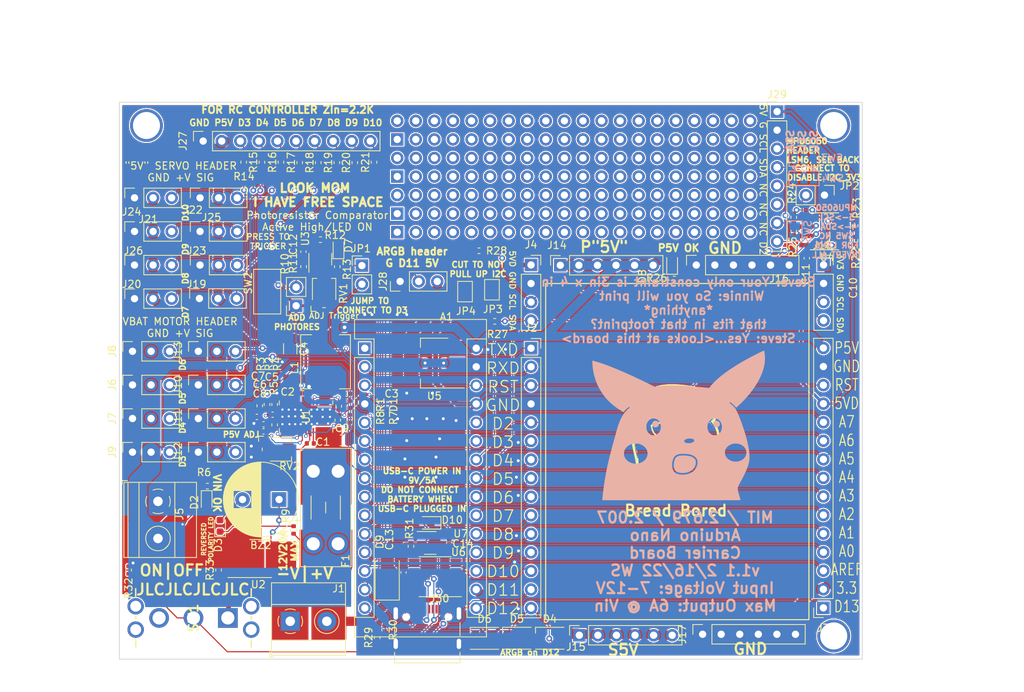
<source format=kicad_pcb>
(kicad_pcb (version 20211014) (generator pcbnew)
  (layers (0 "F.Cu" signal) (31 "B.Cu" signal) (34 "B.Paste" user) (35 "F.Paste" user) (36 "B.SilkS" user "B.Silkscreen") (37 "F.SilkS" user "F.Silkscreen") (38 "B.Mask" user) (39 "F.Mask" user) (44 "Edge.Cuts" user))
  (net 0 "")
  (net 1 "/TXD")
  (net 2 "/RXD")
  (net 3 "/RST")
  (net 4 "GND")
  (net 5 "/D2")
  (net 6 "/D3")
  (net 7 "/D4")
  (net 8 "/D5")
  (net 9 "/D6")
  (net 10 "/D7")
  (net 11 "/D8")
  (net 12 "/D9")
  (net 13 "/D10")
  (net 14 "/D11")
  (net 15 "/D12")
  (net 16 "/D13")
  (net 17 "+3V3")
  (net 18 "/AREF")
  (net 19 "/A0")
  (net 20 "/A1")
  (net 21 "/A2")
  (net 22 "/A3")
  (net 23 "/A4")
  (net 24 "/A5")
  (net 25 "/A6")
  (net 26 "/A7")
  (net 27 "+5VD")
  (net 28 "/P5V")
  (net 29 "/COMP")
  (net 30 "/BUCK_ENA")
  (net 31 "Net-(C1-Pad1)")
  (net 32 "VBUS")
  (net 33 "/LX")
  (net 35 "Net-(R1-Pad1)")
  (net 36 "Net-(C3-Pad1)")
  (net 37 "Net-(C5-Pad1)")
  (net 38 "Net-(C8-Pad1)")
  (net 39 "Net-(D2-Pad1)")
  (net 40 "Net-(R3-Pad1)")
  (net 42 "Net-(BZ2-Pad1)")
  (net 43 "Net-(BZ2-Pad2)")
  (net 44 "Net-(D3-Pad1)")
  (net 45 "Net-(D9-Pad1)")
  (net 46 "Net-(D4-Pad1)")
  (net 47 "Net-(D5-Pad1)")
  (net 49 "Net-(D7-Pad1)")
  (net 50 "Net-(R10-Pad2)")
  (net 51 "Net-(RV1-Pad2)")
  (net 52 "Net-(J27-Pad3)")
  (net 53 "Net-(J27-Pad4)")
  (net 54 "Net-(J27-Pad5)")
  (net 55 "Net-(J27-Pad6)")
  (net 56 "Net-(J27-Pad7)")
  (net 57 "Net-(J27-Pad8)")
  (net 58 "Net-(J27-Pad9)")
  (net 59 "Net-(J27-Pad10)")
  (net 60 "Net-(SW1-Pad1)")
  (net 61 "Net-(D7-Pad2)")
  (net 62 "Net-(JP2-Pad2)")
  (net 63 "/SCL_3V3")
  (net 64 "/SDA_3V3")
  (net 65 "Net-(J28-Pad3)")
  (net 66 "Net-(D8-Pad1)")
  (net 67 "Net-(JP3-Pad1)")
  (net 68 "Net-(JP4-Pad1)")
  (net 71 "Net-(C5-Pad2)")
  (net 72 "Net-(J29-Pad4)")
  (net 73 "Net-(J29-Pad7)")
  (net 74 "Net-(J29-Pad3)")
  (net 75 "/VBUS_USBC")
  (net 76 "/CC1")
  (net 80 "/CC2")
  (net 86 "Net-(D10-Pad1)")
  (net 87 "/!VUSB")
  (footprint "Connector_PinSocket_2.54mm:PinSocket_1x06_P2.54mm_Vertical" (layer "F.Cu") (at 162 98.5 90)
    (fp_text reference "J14")
    (fp_text value "Conn_01x06_Female")
  )
  (footprint "Resistor_SMD:R_0402_1005Metric" (layer "F.Cu") (at 115.2652 140.208 90)
    (fp_text reference "R33")
    (fp_text value "68K")
  )
  (footprint "Connector_PinSocket_2.54mm:PinSocket_1x03_P2.54mm_Vertical" (layer "F.Cu") (at 103.775 89.275 90)
    (fp_text reference "J24")
    (fp_text value "Servo Header")
  )
  (footprint "Resistor_SMD:R_0402_1005Metric" (layer "F.Cu") (at 126.365 84.455 90)
    (fp_text reference "R17")
    (fp_text value "2.2K")
  )
  (footprint "Resistor_SMD:R_0402_1005Metric" (layer "F.Cu") (at 131.445 84.455 90)
    (fp_text reference "R19")
    (fp_text value "2.2K")
  )
  (footprint "Connector_PinSocket_2.54mm:PinSocket_1x03_P2.54mm_Vertical" (layer "F.Cu") (at 103.775 103.075 90)
    (fp_text reference "J20")
    (fp_text value "Servo Header")
  )
  (footprint "Resistor_SMD:R_0402_1005Metric" (layer "F.Cu") (at 193.929 91.95 -90)
    (fp_text reference "R24")
    (fp_text value "10K")
  )
  (footprint "Resistor_SMD:R_0402_1005Metric" (layer "F.Cu") (at 122.936 120.3452 -90)
    (fp_text reference "R5")
    (fp_text value "12k")
  )
  (footprint "Connector_PinHeader_2.54mm:PinHeader_2x20_P2.54mm_Vertical" (layer "F.Cu") (at 139.7 91.44 90)
    (fp_text reference "REF**" hide)
    (fp_text value "PinHeader_2x20_P2.54mm_Vertical" hide)
  )
  (footprint "Resistor_SMD:R_0402_1005Metric" (layer "F.Cu") (at 131.5 98.7 -90)
    (fp_text reference "R13")
    (fp_text value "1K")
  )
  (footprint "Jumper:SolderJumper-2_P1.3mm_Bridged_Pad1.0x1.5mm" (layer "F.Cu") (at 152.654 101.854 90)
    (fp_text reference "JP3")
    (fp_text value "Jumper_2_Bridged")
  )
  (footprint "Resistor_SMD:R_0402_1005Metric" (layer "F.Cu") (at 121.8946 117.5512 90)
    (fp_text reference "R2")
    (fp_text value "68K")
  )
  (footprint "Resistor_SMD:R_0402_1005Metric" (layer "F.Cu") (at 129.2 95)
    (fp_text reference "R12")
    (fp_text value "1K")
  )
  (footprint "Resistor_SMD:R_0402_1005Metric" (layer "F.Cu") (at 131.6966 117.7822 -90)
    (fp_text reference "R1")
    (fp_text value "5.1k")
  )
  (footprint "Connector_PinHeader_2.54mm:PinHeader_2x20_P2.54mm_Vertical" (layer "F.Cu") (at 139.7 81.28 90)
    (fp_text reference "REF**" hide)
    (fp_text value "PinHeader_2x20_P2.54mm_Vertical" hide)
  )
  (footprint "sp7652:SP7652ER-L&slash_TR" (layer "F.Cu") (at 127.2286 119.2022 90)
    (fp_text reference "U1")
    (fp_text value "SP7652ER-L/TR" hide)
  )
  (footprint "Connector_PinSocket_2.54mm:PinSocket_1x04_P2.54mm_Vertical" (layer "F.Cu") (at 158 98.46)
    (fp_text reference "J4")
    (fp_text value "I2C_5V")
  )
  (footprint "Resistor_SMD:R_0402_1005Metric" (layer "F.Cu") (at 137.9728 148.3888 -90)
    (fp_text reference "R30")
    (fp_text value "5.1k")
  )
  (footprint "Button_Switch_SMD:SW_SPST_CK_RS282G05A3" (layer "F.Cu") (at 121.92 102.108 90)
    (fp_text reference "SW2")
    (fp_text value "SW_Push_Open")
  )
  (footprint "Capacitor_SMD:C_0805_2012Metric" (layer "F.Cu") (at 132.1438 122.4788)
    (fp_text reference "C9")
    (fp_text value "22uF")
  )
  (footprint "Connector_PinSocket_2.54mm:PinSocket_1x03_P2.54mm_Vertical" (layer "F.Cu") (at 112.5 124.075 90)
    (fp_text reference "J12")
    (fp_text value "DC Motor Header")
  )
  (footprint "Package_TO_SOT_SMD:SOT-223-3_TabPin2" (layer "F.Cu") (at 144.78 111.887 180)
    (fp_text reference "U5")
    (fp_text value "AMS1117-5.0")
  )
  (footprint "Package_TO_SOT_SMD:SOT-23-5" (layer "F.Cu") (at 129.18 97.665 90)
    (fp_text reference "U3")
    (fp_text value "LMV331")
  )
  (footprint "Resistor_SMD:R_0402_1005Metric" (layer "F.Cu") (at 123.8 84.4 90)
    (fp_text reference "R16")
    (fp_text value "2.2K")
  )
  (footprint "Connector_PinSocket_2.54mm:PinSocket_1x02_P2.54mm_Vertical" (layer "F.Cu") (at 125.875 104.04 180)
    (fp_text reference "R10")
    (fp_text value "R_Photo")
  )
  (footprint "Resistor_SMD:R_0402_1005Metric" (layer "F.Cu") (at 136.9568 149.4516 90)
    (fp_text reference "R29")
    (fp_text value "5.1k")
  )
  (footprint "Connector_PinHeader_2.54mm:PinHeader_1x20_P2.54mm_Vertical" (layer "F.Cu") (at 139.7 93.98 90)
    (fp_text reference "REF**" hide)
    (fp_text value "PinHeader_1x20_P2.54mm_Vertical" hide)
  )
  (footprint "Connector_PinHeader_2.54mm:PinHeader_1x02_P2.54mm_Vertical" (layer "F.Cu") (at 134.874 98.552)
    (fp_text reference "JP1")
    (fp_text value "Jumper_2_Bridged")
  )
  (footprint "Switch:M2012SS2W13" (layer "F.Cu") (at 116.5352 146.7612 90)
    (fp_text reference "SW1")
    (fp_text value "SW_SPST" hide)
  )
  (footprint "Connector_PinHeader_2.54mm:PinHeader_1x03_P2.54mm_Vertical" (layer "F.Cu") (at 140.096 100.711 90)
    (fp_text reference "J28")
    (fp_text value "NEOPIXEL")
  )
  (footprint "Connector_PinSocket_2.54mm:PinSocket_1x03_P2.54mm_Vertical" (layer "F.Cu") (at 112.5 114.875 90)
    (fp_text reference "J10")
    (fp_text value "DC Motor Header")
  )
  (footprint "TCA9517:SOIC127P599X175-8N" (layer "F.Cu") (at 198.12 93.853 180)
    (fp_text reference "U4")
    (fp_text value "TCA9517DR")
  )
  (footprint "LED_SMD:LED_0603_1608Metric" (layer "F.Cu") (at 131.6736 96.1136 90)
    (fp_text reference "D7")
    (fp_text value "LED")
  )
  (footprint "TerminalBlock_Phoenix:TerminalBlock_Phoenix_MKDS-1,5-2-5.08_1x02_P5.08mm_Horizontal" (layer "F.Cu") (at 106.9848 130.81 -90)
    (fp_text reference "J5")
    (fp_text value "POWER_OUT")
  )
  (footprint "LED_SMD:LED_Cree-PLCC4_3.2x2.8mm_CCW" (layer "F.Cu") (at 151.638 149.5552)
    (fp_text reference "D6")
    (fp_text value "3528 ARGB LED")
  )
  (footprint "Diode_SMD:D_0402_1005Metric" (layer "F.Cu") (at 133.1976 117.5671 -90)
    (fp_text reference "D1")
    (fp_text value "D_Schottky")
  )
  (footprint "Resistor_SMD:R_0402_1005Metric" (layer "F.Cu") (at 150.876 96.52)
    (fp_text reference "R28")
    (fp_text value "4.7k")
  )
  (footprint "Connector_PinSocket_2.54mm:PinSocket_1x04_P2.54mm_Vertical" (layer "F.Cu") (at 198 98.45)
    (fp_text reference "J18")
    (fp_text value "I2C_3V3")
  )
  (footprint "Resistor_SMD:R_0402_1005Metric" (layer "F.Cu") (at 126.9 98.69 90)
    (fp_text reference "R11")
    (fp_text value "10K")
  )
  (footprint "Connector_PinSocket_2.54mm:PinSocket_1x15_P2.54mm_Vertical" (layer "F.Cu") (at 158 109.855)
    (fp_text reference "J2")
    (fp_text value "ARDUINO_HEADER_1")
  )
  (footprint "Diode_SMD:D_SMA" (layer "F.Cu") (at 138.3284 140.9192 90)
    (fp_text reference "D9")
    (fp_text value "SS54")
  )
  (footprint "Capacitor_SMD:C_0402_1005Metric" (layer "F.Cu") (at 121.412 121.2342 180)
    (fp_text reference "C8")
    (fp_text value "1nF")
  )
  (footprint "Resistor_SMD:R_0402_1005Metric" (layer "F.Cu") (at 153.035 106.172)
    (fp_text reference "R27")
    (fp_text value "4.7k")
  )
  (footprint "Connector_PinSocket_2.54mm:PinSocket_1x03_P2.54mm_Vertical" (layer "F.Cu") (at 112.735 89.275 90)
    (fp_text reference "J22")
    (fp_text value "Servo Header")
  )
  (footprint "Connector_PinSocket_2.54mm:PinSocket_1x03_P2.54mm_Vertical" (layer "F.Cu") (at 112.735 93.875 90)
    (fp_text reference "J25")
    (fp_text value "Servo Header")
  )
  (footprint "Capacitor_SMD:C_0402_1005Metric" (layer "F.Cu") (at 122.6566 118.9482 180)
    (fp_text reference "C5")
    (fp_text value "100pF")
  )
  (footprint "Capacitor_SMD:C_0402_1005Metric" (layer "F.Cu") (at 126.8476 116.0272)
    (fp_text reference "C2")
    (fp_text value "1uF")
  )
  (footprint "Connector_PinSocket_2.54mm:PinSocket_1x03_P2.54mm_Vertical" (layer "F.Cu") (at 103.5 119.475 90)
    (fp_text reference "J7")
    (fp_text value "DC Motor Header")
  )
  (footprint "Connector_PinHeader_2.54mm:PinHeader_2x20_P2.54mm_Vertical" (layer "F.Cu") (at 139.7 86.36 90)
    (fp_text reference "REF**" hide)
    (fp_text value "PinHeader_2x20_P2.54mm_Vertical" hide)
  )
  (footprint "Capacitor_SMD:C_0402_1005Metric" (layer "F.Cu") (at 201.168 97.536 -90)
    (fp_text reference "C10")
    (fp_text value "0.1uF")
  )
  (footprint "LED_SMD:LED_0603_1608Metric" (layer "F.Cu") (at 115.4684 134.1628 90)
    (fp_text reference "D3")
    (fp_text value "LED")
  )
  (footprint "Package_DFN_QFN:DFN-8-1EP_6x5mm_P1.27mm_EP4x4mm" (layer "F.Cu") (at 119.5324 138.6332)
    (fp_text reference "U2")
    (fp_text value "AON6558")
  )
  (footprint "Resistor_SMD:R_0402_1005Metric" (layer "F.Cu") (at 136.525 84.4 90)
    (fp_text reference "R21")
    (fp_text value "2.2K")
  )
  (footprint "Diode_SMD:D_SOD-323" (layer "F.Cu") (at 144.1704 133.7564 180)
    (fp_text reference "D10")
    (fp_text value "1N5819WS")
  )
  (footprint "Capacitor_SMD:C_0402_1005Metric" (layer "F.Cu") (at 127.8128 122.8852 180)
    (fp_text reference "C1")
    (fp_text value "22nF")
  )
  (footprint "Resistor_SMD:R_0402_1005Metric" (layer "F.Cu") (at 120.904 117.729 -90)
    (fp_text reference "R3")
    (fp_text value "220k")
  )
  (footprint "Resistor_SMD:R_0402_1005Metric" (layer "F.Cu") (at 125.5268 134.7216 -90)
    (fp_text reference "R9")
    (fp_text value "470R")
  )
  (footprint "Resistor_SMD:R_0402_1005Metric" (layer "F.Cu") (at 128.905 84.455 90)
    (fp_text reference "R18")
    (fp_text value "2.2K")
  )
  (footprint "Resistor_SMD:R_0402_1005Metric" (layer "F.Cu") (at 133.9 84.455 90)
    (fp_text reference "R20")
    (fp_text value "2.2K")
  )
  (footprint "Resistor_SMD:R_0402_1005Metric" (layer "F.Cu") (at 202.311 93.091 -90)
    (fp_text reference "R23")
    (fp_text value "10K")
  )
  (footprint "Fuse:Fuseholder_Blade_Mini_Keystone_3568" (layer "F.Cu") (at 128.2192 136.6152 90)
    (fp_text reference "F1")
    (fp_text value "20A")
  )
  (footprint "Capacitor_SMD:C_0402_1005Metric" (layer "F.Cu") (at 120.495 119.253 180)
    (fp_text reference "C7")
    (fp_text value "100pF")
  )
  (footprint "Capacitor_SMD:C_0402_1005Metric" (layer "F.Cu") (at 146.812 136.4488 90)
    (fp_text reference "C14")
    (fp_text value "1uF")
  )
  (footprint "Connector_PinSocket_2.54mm:PinSocket_1x10_P2.54mm_Vertical" (layer "F.Cu") (at 113.1616 81.509 90)
    (fp_text reference "J27")
    (fp_text value "RC IN")
  )
  (footprint "Connector_PinSocket_2.54mm:PinSocket_1x03_P2.54mm_Vertical" (layer "F.Cu") (at 103.5 124.075 90)
    (fp_text reference "J9")
    (fp_text value "DC Motor Header")
  )
  (footprint "Capacitor_SMD:C_0402_1005Metric" (layer "F.Cu") (at 140.5636 140.5408 90)
    (fp_text reference "C13")
    (fp_text value "1uF")
  )
  (footprint "Connector_PinSocket_2.54mm:PinSocket_1x06_P2.54mm_Vertical" (layer "F.Cu") (at 180.594 98.475 90)
    (fp_text reference "J16")
    (fp_text value "Conn_01x06_Female")
  )
  (footprint "Capacitor_SMD:C_0402_1005Metric" (layer "F.Cu") (at 126.873 96.647 90)
    (fp_text reference "C12")
    (fp_text value "0.1uF")
  )
  (footprint "Connector_PinSocket_2.54mm:PinSocket_1x03_P2.54mm_Vertical" (layer "F.Cu") (at 112.5 110.275 90)
    (fp_text reference "J13")
    (fp_text value "DC Motor Header")
  )
  (footprint "Package_SO:TSSOP-16_4.4x5mm_P0.65mm" (layer "F.Cu") (at 144.8816 141.1224 180)
    (fp_text reference "U6")
    (fp_text value "IP2721")
  )
  (footprint "Capacitor_SMD:C_0402_1005Metric" (layer "F.Cu") (at 132.7912 116.078 180)
    (fp_text reference "C3")
    (fp_text value "1uF")
  )
  (footprint "TerminalBlock_Phoenix:TerminalBlock_Phoenix_MKDS-1,5-2_1x02_P5.00mm_Horizontal" (layer "F.Cu") (at 125.0696 147.2184)
    (fp_text reference "J1")
    (fp_text value "POWER_IN")
  )
  (footprint "Resistor_SMD:R_0402_1005Metric" (layer "F.Cu") (at 118.7 84.4 90)
    (fp_text reference "R14")
    (fp_text value "2.2K")
  )
  (footprint "Module:Arduino_Nano" (layer "F.Cu") (at 135.265 109.855)
    (fp_text reference "A1")
    (fp_text value "Arduino_Nano_v3.x")
  )
  (footprint "Resistor_SMD:R_0402_1005Metric" (layer "F.Cu") (at 141.5796 136.9568 -90)
    (fp_text reference "R31")
    (fp_text value "10K")
  )
  (footprint "LED_SMD:LED_0603_1608Metric" (layer "F.Cu") (at 113.6396 130.8378 -90)
    (fp_text reference "D2")
    (fp_text value "LED")
  )
  (footprint "Resistor_SMD:R_0402_1005Metric" (layer "F.Cu") (at 113.7412 128.7272)
    (fp_text reference "R6")
    (fp_text value "1K")
  )
  (footprint "Capacitor_THT:CP_Radial_D10.0mm_P5.00mm" (layer "F.Cu") (at 123.5456 130.556 180)
    (fp_text reference "BZ2")
    (fp_text value "Buzzer")
  )
  (footprint "Connector_PinSocket_2.54mm:PinSocket_1x03_P2.54mm_Vertical" (layer "F.Cu") (at 103.5 110.275 90)
    (fp_text reference "J8")
    (fp_text value "DC Motor Header")
  )
  (footprint "Potentiometer_SMD:Potentiometer_Bourns_TC33X_Vertical" (layer "F.Cu") (at 129.7 102.2 90)
    (fp_text reference "RV1")
    (fp_text value "200k")
  )
  (footprint "Resistor_SMD:R_0402_1005Metric" (layer "F.Cu") (at 102.9716 140.208 -90)
    (fp_text reference "R32")
    (fp_text value "1K")
  )
  (footprint "Capacitor_SMD:C_0402_1005Metric" (layer "F.Cu") (at 195.707 97.536 -90)
    (fp_text reference "C11")
    (fp_text value "0.1uF")
  )
  (footprint "Inductor_SMD:L_Abracon_ASPI-0630LR" (layer "F.Cu") (at 129.8956 111.7092 90)
    (fp_text reference "L1")
    (fp_text value "2.2uH 8A")
  )
  (footprint "Connector_PinSocket_2.54mm:PinSocket_1x03_P2.54mm_Vertical" (layer "F.Cu") (at 103.5 114.875 90)
    (fp_text reference "J6")
    (fp_text value "DC Motor Header")
  )
  (footprint "Potentiometer_SMD:Potentiometer_Bourns_TC33X_Vertical" (layer "F.Cu") (at 123.3408 123.698)
    (fp_text reference "RV2")
    (fp_text value "200k")
  )
  (footprint "Capacitor_SMD:C_0402_1005Metric" (layer "F.Cu") (at 121.412 120.269 180)
    (fp_text reference "C6")
    (fp_text value "22pF")
  )
  (footprint "Connector_PinHeader_2.54mm:PinHeader_1x02_P2.54mm_Vertical" (layer "F.Cu") (at 198.125 88.9 -90)
    (fp_text reference "JP2")
    (fp_text value "Jumper_2_Bridged")
  )
  (footprint "Connector_PinSocket_2.54mm:PinSocket_1x06_P2.54mm_Vertical" (layer "F.Cu") (at 181.46 149 90)
    (fp_text reference "J17")
    (fp_text value "Conn_01x06_Female")
  )
  (footprint "Connector_PinSocket_2.54mm:PinSocket_1x03_P2.54mm_Vertical" (layer "F.Cu") (at 112.5 119.475 90)
    (fp_text reference "J11")
    (fp_text value "DC Motor Header")
  )
  (footprint "Resistor_SMD:R_0402_1005Metric" (layer "F.Cu") (at 202.311 95.123 90)
    (fp_text reference "R22")
    (fp_text value "10K")
  )
  (footprint "Connector_PinSocket_2.54mm:PinSocket_1x03_P2.54mm_Vertical" (layer "F.Cu") (at 103.775 93.875 90)
    (fp_text reference "J21")
    (fp_text value "Servo Header")
  )
  (footprint "Capacitor_SMD:C_1206_3216Metric" (layer "F.Cu") (at 125.0696 109.9312 -90)
    (fp_text reference "C4")
    (fp_text value "47uF")
  )
  (footprint "Jumper:SolderJumper-2_P1.3mm_Bridged_Pad1.0x1.5mm" (layer "F.Cu") (at 148.971 102.108 -90)
    (fp_text reference "JP4")
    (fp_text value "Jumper_2_Bridged")
  )
  (footprint "Connector_PinSocket_2.54mm:PinSocket_1x03_P2.54mm_Vertical" (layer "F.Cu") (at 112.735 98.475 90)
    (fp_text reference "J23")
    (fp_text value "Servo Header")
  )
  (footprint "Connector_PinHeader_2.54mm:PinHeader_1x08_P2.54mm_Vertical" (layer "F.Cu") (at 191.643 77.47)
    (fp_text reference "J29")
    (fp_text value "MPU6050")
  )
  (footprint "Resistor_SMD:R_0402_1005Metric" (layer "F.Cu") (at 177.5988 100.3808)
    (fp_text reference "R26")
    (fp_text value "1K")
  )
  (footprint "Connector_PinSocket_2.54mm:PinSocket_1x06_P2.54mm_Vertical" (layer "F.Cu") (at 164.6016 149.13 90)
    (fp_text reference "J15")
    (fp_text value "Conn_01x06_Female")
  )
  (footprint "Connector_USB:USB_C_Receptacle_Palconn_UTC16-G" (layer "F.Cu") (at 143.8148 148.0706)
    (fp_text reference "J30")
    (fp_text value "USB_C_Receptacle_USB2.0")
  )
  (footprint "Connector_PinSocket_2.54mm:PinSocket_1x15_P2.54mm_Vertical" (layer "F.Cu") (at 197.975 145.385 180)
    (fp_text reference "J3")
    (fp_text value "ARDUINO_HEADER_2")
  )
  (footprint "Resistor_SMD:R_0402_1005Metric" (layer "F.Cu") (at 131.572 119.6868 90)
    (fp_text reference "R8")
    (fp_text value "10k")
  )
  (footprint "Resistor_SMD:R_0402_1005Metric" (layer "F.Cu") (at 193.929 93.855 90)
    (fp_text reference "R25")
    (fp_text value "10K")
  )
  (footprint "LED_SMD:LED_Cree-PLCC4_3.2x2.8mm_CCW" (layer "F.Cu") (at 160.5588 149.544)
    (fp_text reference "D4")
    (fp_text value "3528 ARGB LED")
  )
  (footprint "LED_SMD:LED_Cree-PLCC4_3.2x2.8mm_CCW" (layer "F.Cu") (at 156.0588 149.544)
    (fp_text reference "D5")
    (fp_text value "3528 ARGB LED")
  )
  (footprint "Resistor_SMD:R_0402_1005Metric" (layer "F.Cu") (at 133.1976 119.4816 90)
    (fp_text reference "R7")
    (fp_text value "15k")
  )
  (footprint "Package_TO_SOT_SMD:SOT-23-5" (layer "F.Cu") (at 144.2212 136.4996)
    (fp_text reference "U7")
    (fp_text value "BU4SU69G2")
  )
  (footprint "Connector_PinSocket_2.54mm:PinSocket_1x03_P2.54mm_Vertical" (layer "F.Cu") (at 103.775 98.475 90)
    (fp_text reference "J26")
    (fp_text value "Servo Header")
  )
  (footprint "Resistor_SMD:R_0402_1005Metric" (layer "F.Cu") (at 122.936 117.5512 -90)
    (fp_text reference "R4")
    (fp_text value "5.1k")
  )
  (footprint "Logos:bread bored" (layer "F.Cu") (at 177.8 121.92)
    (fp_text reference "G***" hide)
    (fp_text value "LOGO" hide)
  )
  (footprint "Connector_PinSocket_2.54mm:PinSocket_1x03_P2.54mm_Vertical" (layer "F.Cu") (at 112.65 103.05 90)
    (fp_text reference "J19")
    (fp_text value "Servo Header")
  )
  (footprint "Resistor_SMD:R_0402_1005Metric" (layer "F.Cu") (at 121.2 84.4 90)
    (fp_text reference "R15")
    (fp_text value "2.2K")
  )
  (footprint "LED_SMD:LED_0603_1608Metric" (layer "F.Cu") (at 177.292 98.2472 90)
    (fp_text reference "D8")
    (fp_text value "LED")
  )
  (footprint "Jumper:SolderJumper-3_P1.3mm_Bridged12_Pad1.0x1.5mm" (layer "B.Cu") (at 195.326 83.947 180)
    (fp_text reference "SW3")
    (fp_text value "SW_P3")
  )
  (footprint "Jumper:SolderJumper-3_P1.3mm_Bridged12_Pad1.0x1.5mm" (layer "B.Cu") (at 195.326 86.614)
    (fp_text reference "SW4")
    (fp_text value "SW_P4")
  )
  (footprint "Jumper:SolderJumper-2_P1.3mm_Open_TrianglePad1.0x1.5mm" (layer "B.Cu") (at 194.056 93.853 -90)
    (fp_text reference "SW5")
    (fp_text value "SW_SPST")
  )
  (footprint "Logos:pika" (layer "B.Cu") (at 180.5432 117.602 180)
    (fp_text reference "G***")
    (fp_text value "LOGO" hide)
  )
  (gr_rect (start 160 101) (end 196 147) (layer "F.SilkS") (width 0.15) (fill none))
  (gr_rect (start 101.7016 76.2) (end 203.3016 152.4) (layer "Edge.Cuts") (width 0.1) (fill none))
  (gr_text "SDA\nSEL\nSCL" (at 195.072 81.407 90) (layer "B.SilkS") (effects (font (size 1 1) (thickness 0.25)) (justify mirror)))
  (gr_text "MPU6050\n3->SCL\n4->SDA \nSW5 NC\nFOR LSM6\nINVERT ALL" (at 199.771 93.853) (layer "B.SilkS") (effects (font (size 0.8 0.8) (thickness 0.2)) (justify mirror)))
  (gr_text "Steve: Your only constraint is 3in x 4 in\nWinnie: So you will print \n*anything*\nthat fits in that footprint?\nSteve: Yes...<Looks at this board>" (at 178.1556 104.648) (layer "B.SilkS") (effects (font (size 1.2 1.2) (thickness 0.25)) (justify mirror)))
  (gr_text "MIT / 2.679 / 2.007\nArduino Nano\nCarrier Board\nv1.1 2/16/22 WS\nInput Voltage: 7-12V\nMax Output: 6A @ Vin" (at 179.07 139.065) (layer "B.SilkS") (effects (font (size 1.5 1.5) (thickness 0.3)) (justify mirror)))
  (gr_text "REVERSED\nPOLARITY LED" (at 113.7412 135.9916 90) (layer "F.SilkS") (effects (font (size 0.6 0.6))))
  (gr_text "12V20A\nMAX" (at 124.9172 137.5664 90) (layer "F.SilkS") (effects (font (size 1 1) (thickness 0.25))))
  (gr_text "P5V\nGND\nRST\n5VD\nA7\nA6\nA5\nA4\nA3\nA2\nA1\nA0\nAREF\n3.3\nD13\n" (at 201.168 127.508) (layer "F.SilkS") (effects (font (size 1.57 1.2))))
  (gr_text "Photoresistor Comparator\nActive High/LED ON" (at 128.778 92.456) (layer "F.SilkS") (effects (font (size 1 1))))
  (gr_text "GND P5V D3 D4 D5 D6 D7 D8 D9 D10" (at 124.46 78.994) (layer "F.SilkS") (effects (font (size 0.9 0.9) (thickness 0.2))))
  (gr_text "JLCJLCJLCJLC\n" (at 111.76 142.875) (layer "F.SilkS") (effects (font (size 1.5 1.5) (thickness 0.3))))
  (gr_text "5V G SCL SDA NC NC NC D2\n" (at 189.738 86.741 270) (layer "F.SilkS") (effects (font (size 0.95 0.95))))
  (gr_text "D7     D8    D9     D10\n" (at 110.744 97.917 90) (layer "F.SilkS") (effects (font (size 0.8 0.8) (thickness 0.2))))
  (gr_text "CONNECT TO \nDISABLE I2C_3V3\n" (at 198.12 85.852) (layer "F.SilkS") (effects (font (size 0.8 0.8) (thickness 0.2))))
  (gr_text "GND\n" (at 188 151) (layer "F.SilkS") (effects (font (size 1.5 1.5) (thickness 0.3))))
  (gr_text "ADJ Trigger\n" (at 131.064 105.41) (layer "F.SilkS") (effects (font (size 0.8 0.8))))
  (gr_text "MPU6050\nHEADER\nLSM6, SEE BACK\n\n" (at 192.786 83.439) (layer "F.SilkS") (effects (font (size 0.8 0.8) (thickness 0.2)) (justify left)))
  (gr_text "JUMP TO \nCONNECT TO D3\n" (at 136.271 104.013) (layer "F.SilkS") (effects (font (size 0.8 0.8) (thickness 0.2))))
  (gr_text "P{dblquote}5V{dblquote}\n" (at 168 96) (layer "F.SilkS") (effects (font (size 1.5 1.5) (thickness 0.3))))
  (gr_text "-V|+V" (at 127.0508 140.6652) (layer "F.SilkS") (effects (font (size 1.5 1.5) (thickness 0.3))))
  (gr_text "ARGB header\nG D11 5V\n" (at 141.732 97.409) (layer "F.SilkS") (effects (font (size 1 1) (thickness 0.25))))
  (gr_text "GND\n" (at 184.531 96.139) (layer "F.SilkS") (effects (font (size 1.5 1.5) (thickness 0.3))))
  (gr_text "P5V ADJ" (at 118.364 121.666) (layer "F.SilkS") (effects (font (size 0.8 0.8) (thickness 0.2))))
  (gr_text "VBAT MOTOR HEADER\nGND +V SIG\n" (at 110 107) (layer "F.SilkS") (effects (font (size 1 1))))
  (gr_text "D3     D4    D5     D6\n\n" (at 110.998 118.745 90) (layer "F.SilkS") (effects (font (size 0.8 0.8) (thickness 0.2))))
  (gr_text "ADD\nPHOTORES" (at 125.984 106.299) (layer "F.SilkS") (effects (font (size 0.8 0.8) (thickness 0.2))))
  (gr_text "PRESS TO\nTRIGGER" (at 122.047 95.25) (layer "F.SilkS") (effects (font (size 0.8 0.8))))
  (gr_text "S5V" (at 170.6016 151.13) (layer "F.SilkS") (effects (font (size 1.5 1.5) (thickness 0.3))))
  (gr_text "TXD\nRXD\nRST\nGND\nD2\nD3\nD4\nD5\nD6\nD7\nD8\nD9\nD10\nD11\nD12\n" (at 154.178 127.762) (layer "F.SilkS") (effects (font (size 1.57 1.57))))
  (gr_text "ARGB on D12" (at 157.8356 151.4856) (layer "F.SilkS") (effects (font (size 0.8 0.8) (thickness 0.2))))
  (gr_text "VIN OK" (at 115.062 129.6924 270) (layer "F.SilkS") (effects (font (size 1 1) (thickness 0.25))))
  (gr_text "Bread Bored" (at 177.8 132.08) (layer "F.SilkS") (effects (font (size 1.5 1.5) (thickness 0.3))))
  (gr_text "ON|OFF" (at 108.8644 140.2588) (layer "F.SilkS") (effects (font (size 1.5 1.5) (thickness 0.3))))
  (gr_text "USB-C POWER IN\n9V/5A\nDO NOT CONNECT \nBATTERY WHEN \nUSB-C PLUGGED IN" (at 143.1036 129.2352) (layer "F.SilkS") (effects (font (size 0.8 0.8) (thickness 0.2))))
  (gr_text "{dblquote}5V{dblquote} SERVO HEADER\nGND +V SIG\n" (at 110.1 85.7) (layer "F.SilkS") (effects (font (size 1 1))))
  (gr_text "3V3 GND SCL SDA\n" (at 200.25 102.362 270) (layer "F.SilkS") (effects (font (size 0.8 0.8))))
  (gr_text "LOOK MOM \nI HAVE FREE SPACE" (at 128.905 88.9) (layer "F.SilkS") (effects (font (size 1.2 1.2) (thickness 0.3))))
  (gr_text "FOR RC CONTROLLER Zin=2.2K" (at 124.714 77.216) (layer "F.SilkS") (effects (font (size 1 1) (thickness 0.25))))
  (gr_text "5VD GND SCL SDA" (at 155.448 101.981 270) (layer "F.SilkS") (effects (font (size 0.8 0.8))))
  (gr_text "P5V OK" (at 178.181 96.139) (layer "F.SilkS") (effects (font (size 1 1) (thickness 0.25))))
  (gr_text "CUT TO NOT\nPULL UP I2C" (at 150.749 99.06) (layer "F.SilkS") (effects (font (size 0.8 0.8) (thickness 0.2))))
  (via (at 105.41 79.375) (size 4.5) (drill 3.7) (layers "F.Cu" "B.Cu") (net 0))
  (via (at 199.39 79.375) (size 4.5) (drill 3.7) (layers "F.Cu" "B.Cu") (net 0))
  (via (at 199.39 149.225) (size 4.5) (drill 3.7) (layers "F.Cu" "B.Cu") (net 0))
  (segment (start 136.293111 110.883111) (end 135.265 109.855) (width 0.1524) (layer "B.Cu") (net 1))
  (segment (start 156.9976 109.855) (end 155.969489 110.883111) (width 0.1524) (layer "B.Cu") (net 1))
  (segment (start 158 109.855) (end 156.9976 109.855) (width 0.1524) (layer "B.Cu") (net 1))
  (segment (start 155.969489 110.883111) (end 136.293111 110.883111) (width 0.1524) (layer "B.Cu") (net 1))
  (segment (start 135.265 112.395) (end 136.293111 113.423111) (width 0.1524) (layer "B.Cu") (net 2))
  (segment (start 136.293111 113.423111) (end 156.971889 113.423111) (width 0.1524) (layer "B.Cu") (net 2))
  (segment (start 156.971889 113.423111) (end 158 112.395) (width 0.1524) (layer "B.Cu") (net 2))
  (segment (start 197.975 114.905) (end 158.03 114.905) (width 0.1524) (layer "B.Cu") (net 3))
  (segment (start 135.265 114.935) (end 158 114.935) (width 0.1524) (layer "B.Cu") (net 3))
  (segment (start 158.03 114.905) (end 158 114.935) (width 0.1524) (layer "B.Cu") (net 3))
  (segment (start 131.572 119.1768) (end 130.5732 119.1768) (width 0.1524) (layer "F.Cu") (net 4))
  (segment (start 126.728601 117.2591) (end 126.728601 118.702201) (width 0.1524) (layer "F.Cu") (net 4))
  (segment (start 127.16812 97.91188) (end 128.536622 97.91188) (width 0.1524) (layer "F.Cu") (net 4))
  (segment (start 127.728602 117.2591) (end 127.728602 118.027802) (width 0.1524) (layer "F.Cu") (net 4))
  (segment (start 129.18 98.8025) (end 129.18 98.555258) (width 0.1524) (layer "F.Cu") (net 4))
  (segment (start 127.3276 116.0272) (end 127.3276 117.1601) (width 0.1524) (layer "F.Cu") (net 4))
  (segment (start 125.7286 121.1453) (end 125.3547 121.1453) (width 0.1524) (layer "F.Cu") (net 4))
  (segment (start 134.236889 121.401711) (end 134.236889 118.503111) (width 0.1524) (layer "F.Cu") (net 4))
  (segment (start 129.18 98.555258) (end 129.823378 97.91188) (width 0.1524) (layer "F.Cu") (net 4))
  (segment (start 126.52 123.698) (end 124.7908 123.698) (width 0.1524) (layer "F.Cu") (net 4))
  (segment (start 153.8212 151.2316) (end 151.0464 151.2316) (width 0.635) (layer "F.Cu") (net 4))
  (segment (start 130.436622 97.91188) (end 130.95188 98.427138) (width 0.1524) (layer "F.Cu") (net 4))
  (segment (start 128.536622 97.91188) (end 129.18 98.555258) (width 0.1524) (layer "F.Cu") (net 4))
  (segment (start 127.3328 122.8852) (end 126.52 123.698) (width 0.1524) (layer "F.Cu") (net 4))
  (segment (start 132.9436 122.695) (end 134.236889 121.401711) (width 0.1524) (layer "F.Cu") (net 4))
  (segment (start 130.95188 98.66188) (end 131.5 99.21) (width 0.1524) (layer "F.Cu") (net 4))
  (segment (start 130.5732 119.1768) (end 130.5 119.25) (width 0.1524) (layer "F.Cu") (net 4))
  (segment (start 125.7286 120.2714) (end 125.75 120.25) (width 0.1524) (layer "F.Cu") (net 4))
  (segment (start 120.015 119.253) (end 120.015 120.0569) (width 0.1524) (layer "F.Cu") (net 4))
  (segment (start 125.7286 121.1453) (end 125.7286 120.2714) (width 0.1524) (layer "F.Cu") (net 4))
  (segment (start 129.823378 97.91188) (end 130.436622 97.91188) (width 0.1524) (layer "F.Cu") (net 4))
  (segment (start 158.0164 151.5364) (end 156.1012 151.5364) (width 0.635) (layer "F.Cu") (net 4))
  (segment (start 156.1012 151.5364) (end 154.8088 150.244) (width 0.635) (layer "F.Cu") (net 4))
  (segment (start 127.728602 118.027802) (end 127.9652 118.2644) (width 0.1524) (layer "F.Cu") (net 4))
  (segment (start 151.0464 151.2316) (end 150.0588 150.244) (width 0.635) (layer "F.Cu") (net 4))
  (segment (start 127.728599 122.489401) (end 127.728599 121.1453) (width 0.1524) (layer "F.Cu") (net 4))
  (segment (start 127.2286 117.2591) (end 127.2286 119.2022) (width 0.1524) (layer "F.Cu") (net 4))
  (segment (start 130.95188 98.427138) (end 130.95188 98.66188) (width 0.1524) (layer "F.Cu") (net 4))
  (segment (start 126.728601 118.702201) (end 127.2286 119.2022) (width 0.1524) (layer "F.Cu") (net 4))
  (segment (start 120.015 120.0569) (end 120.1001 120.142) (width 0.1524) (layer "F.Cu") (net 4))
  (segment (start 159.3088 150.244) (end 158.0164 151.5364) (width 0.635) (layer "F.Cu") (net 4))
  (segment (start 154.8088 150.244) (end 153.8212 151.2316) (width 0.635) (layer "F.Cu") (net 4))
  (segment (start 125.3547 121.1453) (end 125.25 121.25) (width 0.1524) (layer "F.Cu") (net 4))
  (segment (start 126.9 98.18) (end 127.16812 97.91188) (width 0.1524) (layer "F.Cu") (net 4))
  (segment (start 127.3276 117.1601) (end 127.2286 117.2591) (width 0.1524) (layer "F.Cu") (net 4))
  (segment (start 134.236889 118.503111) (end 135.265 117.475) (width 0.1524) (layer "F.Cu") (net 4))
  (segment (start 127.3328 122.8852) (end 127.728599 122.489401) (width 0.1524) (layer "F.Cu") (net 4))
  (via (at 141.75 119.5) (size 0.8) (drill 0.4) (layers "F.Cu" "B.Cu") (net 4))
  (via (at 126.5936 119.1788) (size 0.5) (drill 0.3) (layers "F.Cu" "B.Cu") (net 4))
  (via (at 119.75 124.75) (size 0.8) (drill 0.4) (layers "F.Cu" "B.Cu") (net 4))
  (via (at 143.75 119.5) (size 0.8) (drill 0.4) (layers "F.Cu" "B.Cu") (net 4))
  (via (at 139.75 119.5) (size 0.8) (drill 0.4) (layers "F.Cu" "B.Cu") (net 4))
  (via (at 156.25 122.75) (size 0.8) (drill 0.4) (layers "F.Cu" "B.Cu") (net 4))
  (via (at 141 116) (size 0.8) (drill 0.4) (layers "F.Cu" "B.Cu") (net 4))
  (via (at 124.8664 119.1788) (size 0.5) (drill 0.3) (layers "F.Cu" "B.Cu") (net 4))
  (via (at 128 119.1788) (size 0.5) (drill 0.3) (layers "F.Cu" "B.Cu") (net 4))
  (via (at 156.25 125.25) (size 0.8) (drill 0.4) (layers "F.Cu" "B.Cu") (net 4))
  (via (at 124 120.25) (size 0.5) (drill 0.3) (layers "F.Cu" "B.Cu") (net 4))
  (via (at 156 127.5) (size 0.8) (drill 0.4) (layers "F.Cu" "B.Cu") (net 4))
  (via (at 135.25 105.25) (size 0.8) (drill 0.4) (layers "F.Cu" "B.Cu") (net 4))
  (via (at 141 122.5) (size 0.8) (drill 0.4) (layers "F.Cu" "B.Cu") (net 4))
  (via (at 124 119.2296) (size 0.5) (drill 0.3) (layers "F.Cu" "B.Cu") (net 4))
  (via (at 141 105.25) (size 0.8) (drill 0.4) (layers "F.Cu" "B.Cu") (net 4))
  (via (at 140.75 127.5) (size 0.8) (drill 0.4) (layers "F.Cu" "B.Cu") (net 4))
  (via (at 156.287797 137.580752) (size 0.8) (drill 0.4) (layers "F.Cu" "B.Cu") (net 4))
  (via (at 123.25 116) (size 0.8) (drill 0.4) (layers "F.Cu" "B.Cu") (net 4))
  (via (at 127.9652 118.2644) (size 0.5) (drill 0.3) (layers "F.Cu" "B.Cu") (net 4))
  (via (at 128.75 120.144) (size 0.5) (drill 0.3) (layers "F.Cu" "B.Cu") (net 4))
  (via (at 154.5 110) (size 0.8) (drill 0.4) (layers "F.Cu" "B.Cu") (net 4))
  (via (at 127.254 120.144) (size 0.5) (drill 0.3) (layers "F.Cu" "B.Cu") (net 4))
  (via (at 120.1001 120.142) (size 0.8) (drill 0.4) (layers "F.Cu" "B.Cu") (net 4))
  (via (at 152.0952 110.0328) (size 0.8) (drill 0.4) (layers "F.Cu" "B.Cu") (net 4))
  (via (at 130.5 119.25) (size 0.5) (drill 0.3) (layers "F.Cu" "B.Cu") (net 4))
  (via (at 119.75 123.25) (size 0.8) (drill 0.4) (layers "F.Cu" "B.Cu") (net 4))
  (via (at 145.5 122.25) (size 0.8) (drill 0.4) (layers "F.Cu" "B.Cu") (net 4))
  (via (at 145 127.5) (size 0.8) (drill 0.4) (layers "F.Cu" "B.Cu") (net 4))
  (via (at 155.75 139.1227) (size 0.8) (drill 0.4) (layers "F.Cu" "B.Cu") (net 4))
  (via (at 126.5428 118.3152) (size 0.5) (drill 0.3) (layers "F.Cu" "B.Cu") (net 4))
  (via (at 146 119.5) (size 0.8) (drill 0.4) (layers "F.Cu" "B.Cu") (net 4))
  (via (at 128 120.25) (size 0.5) (drill 0.3) (layers "F.Cu" "B.Cu") (net 4))
  (via (at 127.635 115.1148) (size 0.8) (drill 0.5) (layers "F.Cu" "B.Cu") (net 4))
  (via (at 193.548 88.9) (size 0.8) (drill 0.4) (layers "F.Cu" "B.Cu") (net 4))
  (via (at 123.981366 111.731366) (size 0.8) (drill 0.4) (layers "F.Cu" "B.Cu") (net 4))
  (via (at 156.25 130) (size 0.8) (drill 0.4) (layers "F.Cu" "B.Cu") (net 4))
  (via (at 125.75 119.1788) (size 0.5) (drill 0.3) (layers "F.Cu" "B.Cu") (net 4))
  (via (at 124.8664 118.2644) (size 0.5) (drill 0.3) (layers "F.Cu" "B.Cu") (net 4))
  (via (at 124 118.25) (size 0.5) (drill 0.3) (layers "F.Cu" "B.Cu") (net 4))
  (via (at 126.5 120.25) (size 0.5) (drill 0.3) (layers "F.Cu" "B.Cu") (net 4))
  (via (at 139.7 105.25) (size 0.8) (drill 0.4) (layers "F.Cu" "B.Cu") (net 4))
  (via (at 144.5 116) (size 0.8) (drill 0.4) (layers "F.Cu" "B.Cu") (net 4))
  (via (at 129.5 119.25) (size 0.5) (drill 0.3) (layers "F.Cu" "B.Cu") (net 4))
  (via (at 130.5 118.25) (size 0.5) (drill 0.3) (layers "F.Cu" "B.Cu") (net 4))
  (via (at 136.25 105.25) (size 0.8) (drill 0.4) (layers "F.Cu" "B.Cu") (net 4))
  (via (at 125.75 118.25) (size 0.5) (drill 0.3) (layers "F.Cu" "B.Cu") (net 4))
  (via (at 147.75 119.75) (size 0.8) (drill 0.4) (layers "F.Cu" "B.Cu") (net 4))
  (via (at 121.0056 96.266) (size 0.8) (drill 0.4) (layers "F.Cu" "B.Cu") (net 4))
  (via (at 128.75 118.25) (size 0.5) (drill 0.3) (layers "F.Cu" "B.Cu") (net 4))
  (via (at 145 124.75) (size 0.8) (drill 0.4) (layers "F.Cu" "B.Cu") (net 4))
  (via (at 124.968 120.25) (size 0.5) (drill 0.3) (layers "F.Cu" "B.Cu") (net 4))
  (via (at 125.75 120.25) (size 0.5) (drill 0.3) (layers "F.Cu" "B.Cu") (net 4))
  (via (at 130.2512 120.144) (size 0.5) (drill 0.3) (layers "F.Cu" "B.Cu") (net 4))
  (via (at 140.75 125) (size 0.8) (drill 0.4) (layers "F.Cu" "B.Cu") (net 4))
  (via (at 156.256634 145.506634) (size 0.8) (drill 0.4) (layers "F.Cu" "B.Cu") (net 4))
  (via (at 156 135.5) (size 0.8) (drill 0.4) (layers "F.Cu" "B.Cu") (net 4))
  (via (at 129.5 118.25) (size 0.5) (drill 0.3) (layers "F.Cu" "B.Cu") (net 4))
  (segment (start 196.926889 111.316889) (end 197.975 112.365) (width 0.1524) (layer "B.Cu") (net 4))
  (segment (start 152.61464 117.475) (end 151.586529 118.503111) (width 0.1524) (layer "B.Cu") (net 4))
  (segment (start 136.293111 118.503111) (end 135.265 117.475) (width 0.1524) (layer "B.Cu") (net 4))
  (segment (start 151.583111 111.316889) (end 196.926889 111.316889) (width 0.1524) (layer "B.Cu") (net 4))
  (segment (start 150.505 112.395) (end 151.583111 111.316889) (width 0.1524) (layer "B.Cu") (net 4))
  (segment (start 158 117.475) (end 152.61464 117.475) (width 0.1524) (layer "B.Cu") (net 4))
  (segment (start 151.586529 118.503111) (end 136.293111 118.503111) (width 0.1524) (layer "B.Cu") (net 4))
  (segment (start 194.372111 100.775889) (end 175.133 120.015) (width 0.1524) (layer "F.Cu") (net 5))
  (segment (start 193.675 95.25) (end 194.372111 95.947111) (width 0.1524) (layer "F.Cu") (net 5))
  (segment (start 175.133 120.015) (end 158 120.015) (width 0.1524) (layer "F.Cu") (net 5))
  (segment (start 191.643 95.25) (end 193.675 95.25) (width 0.1524) (layer "F.Cu") (net 5))
  (segment (start 194.372111 95.947111) (end 194.372111 100.775889) (width 0.1524) (layer "F.Cu") (net 5))
  (segment (start 136.55431 121.30431) (end 154.12605 121.30431) (width 0.1524) (layer "B.Cu") (net 5))
  (segment (start 154.12605 121.30431) (end 155.41536 120.015) (width 0.1524) (layer "B.Cu") (net 5))
  (segment (start 193.384 95.25) (end 191.643 95.25) (width 0.1524) (layer "B.Cu") (net 5))
  (segment (start 155.41536 120.015) (end 158 120.015) (width 0.1524) (layer "B.Cu") (net 5))
  (segment (start 135.265 120.015) (end 136.55431 121.30431) (width 0.1524) (layer "B.Cu") (net 5))
  (segment (start 194.056 94.578) (end 193.384 95.25) (width 0.1524) (layer "B.Cu") (net 5))
  (segment (start 122.657081 111) (end 119.759 111) (width 0.1524) (layer "F.Cu") (net 6))
  (segment (start 118.7 84.91) (end 118.7 88.179095) (width 0.1524) (layer "F.Cu") (net 6))
  (segment (start 118.7 88.179095) (end 118.764609 88.243704) (width 0.1524) (layer "F.Cu") (net 6))
  (segment (start 119.759 111) (end 118.237 112.522) (width 0.1524) (layer "F.Cu") (net 6))
  (via (at 122.657081 111) (size 0.8) (drill 0.4) (layers "F.Cu" "B.Cu") (net 6))
  (via (at 118.764609 88.243704) (size 0.8) (drill 0.4) (layers "F.Cu" "B.Cu") (net 6))
  (via (at 118.237 112.522) (size 0.8) (drill 0.4) (layers "F.Cu" "B.Cu") (net 6))
  (segment (start 118.893111 88.372206) (end 118.893111 111.865889) (width 0.1524) (layer "B.Cu") (net 6))
  (segment (start 118.764609 88.243704) (end 118.893111 88.372206) (width 0.1524) (layer "B.Cu") (net 6))
  (segment (start 108.90032 113.03) (end 117.729 113.03) (width 0.1524) (layer "B.Cu") (net 6))
  (segment (start 108.58 124.075) (end 109.658111 122.996889) (width 0.1524) (layer "B.Cu") (net 6))
  (segment (start 158 122.555) (end 156.971889 123.583111) (width 0.1524) (layer "B.Cu") (net 6))
  (segment (start 118.237 112.522) (end 118.893111 111.865889) (width 0.1524) (layer "B.Cu") (net 6))
  (segment (start 130.429 108.966) (end 130.429 105.537) (width 0.1524) (layer "B.Cu") (net 6))
  (segment (start 107.501889 114.428431) (end 108.90032 113.03) (width 0.1524) (layer "B.Cu") (net 6))
  (segment (start 130.429 105.537) (end 134.874 101.092) (width 0.1524) (layer "B.Cu") (net 6))
  (segment (start 117.729 113.03) (end 118.237 112.522) (width 0.1524) (layer "B.Cu") (net 6))
  (segment (start 133.628269 120.918269) (end 133.628269 112.128269) (width 0.1524) (layer "B.Cu") (net 6))
  (segment (start 136.293111 123.583111) (end 135.265 122.555) (width 0.1524) (layer "B.Cu") (net 6))
  (segment (start 108.58 124.075) (end 107.501889 122.996889) (width 0.1524) (layer "B.Cu") (net 6))
  (segment (start 133.628269 112.128269) (end 132.5 111) (width 0.1524) (layer "B.Cu") (net 6))
  (segment (start 132.463 111) (end 130.429 108.966) (width 0.1524) (layer "B.Cu") (net 6))
  (segment (start 107.501889 122.996889) (end 107.501889 114.428431) (width 0.1524) (layer "B.Cu") (net 6))
  (segment (start 132.5 111) (end 122.657081 111) (width 0.1524) (layer "B.Cu") (net 6))
  (segment (start 132.5 111) (end 132.463 111) (width 0.1524) (layer "B.Cu") (net 6))
  (segment (start 109.658111 122.996889) (end 116.501889 122.996889) (width 0.1524) (layer "B.Cu") (net 6))
  (segment (start 156.971889 123.583111) (end 136.293111 123.583111) (width 0.1524) (layer "B.Cu") (net 6))
  (segment (start 135.265 122.555) (end 133.628269 120.918269) (width 0.1524) (layer "B.Cu") (net 6))
  (segment (start 116.501889 122.996889) (end 117.58 124.075) (width 0.1524) (layer "B.Cu") (net 6))
  (segment (start 120.015 86.095) (end 120.015 88.265) (width 0.1524) (layer "F.Cu") (net 7))
  (segment (start 121.2 84.91) (end 120.015 86.095) (width 0.1524) (layer "F.Cu") (net 7))
  (via (at 120.015 88.265) (size 0.8) (drill 0.4) (layers "F.Cu" "B.Cu") (net 7))
  (segment (start 120.015 88.328607) (end 120.706727 87.63688) (width 0.1524) (layer "B.Cu") (net 7))
  (segment (start 109.658111 118.396889) (end 116.501889 118.396889) (width 0.1524) (layer "B.Cu") (net 7))
  (segment (start 133.323959 112.323959) (end 132.5 111.5) (width 0.1524) (layer "B.Cu") (net 7))
  (segment (start 119.745617 116.855383) (end 119.745617 116.907599) (width 0.1524) (layer "B.Cu") (net 7))
  (segment (start 136.422578 126.252578) (end 156.842422 126.252578) (width 0.1524) (layer "B.Cu") (net 7))
  (segment (start 120.015 90.105199) (end 120.015 110.592566) (width 0.1524) (layer "B.Cu") (net 7))
  (segment (start 135.265 125.095) (end 136.422578 126.252578) (width 0.1524) (layer "B.Cu") (net 7))
  (segment (start 121.595023 88.525176) (end 120.015 90.105199) (width 0.1524) (layer "B.Cu") (net 7))
  (segment (start 118.94532 116.907599) (end 117.58 118.272919) (width 0.1524) (layer "B.Cu") (net 7))
  (segment (start 125.101 111.5) (end 119.745617 116.855383) (width 0.1524) (layer "B.Cu") (net 7))
  (segment (start 108.58 119.475) (end 109.658111 118.396889) (width 0.1524) (layer "B.Cu") (net 7))
  (segment (start 132.5 111.5) (end 125.101 111.5) (width 0.1524) (layer "B.Cu") (net 7))
  (segment (start 120.015 110.592566) (end 120.269 110.846566) (width 0.1524) (layer "B.Cu") (net 7))
  (segment (start 120.015 88.265) (end 120.015 88.328607) (width 0.1524) (layer "B.Cu") (net 7))
  (segment (start 119.745617 116.907599) (end 118.94532 116.907599) (width 0.1524) (layer "B.Cu") (net 7))
  (segment (start 121.595023 88.004824) (end 121.595023 88.525176) (width 0.1524) (layer "B.Cu") (net 7))
  (segment (start 120.706727 87.63688) (end 121.227079 87.63688) (width 0.1524) (layer "B.Cu") (net 7))
  (segment (start 135.265 125.095) (end 133.323959 123.153959) (width 0.1524) (layer "B.Cu") (net 7))
  (segment (start 121.227079 87.63688) (end 121.595023 88.004824) (width 0.1524) (layer "B.Cu") (net 7))
  (segment (start 117.58 118.272919) (end 117.58 119.475) (width 0.1524) (layer "B.Cu") (net 7))
  (segment (start 120.269 110.846566) (end 120.269 116.332) (width 0.1524) (layer "B.Cu") (net 7))
  (segment (start 156.842422 126.252578) (end 158 125.095) (width 0.1524) (layer "B.Cu") (net 7))
  (segment (start 133.323959 123.153959) (end 133.323959 112.323959) (width 0.1524) (layer "B.Cu") (net 7))
  (segment (start 116.501889 118.396889) (end 117.58 119.475) (width 0.1524) (layer "B.Cu") (net 7))
  (segment (start 123.8 84.91) (end 120.966903 87.743097) (width 0.1524) (layer "F.Cu") (net 8))
  (segment (start 120.966903 87.743097) (end 120.966903 88.265) (width 0.1524) (layer "F.Cu") (net 8))
  (segment (start 121.92 116.078) (end 120.717 114.875) (width 0.1524) (layer "F.Cu") (net 8))
  (segment (start 120.717 114.875) (end 117.58 114.875) (width 0.1524) (layer "F.Cu") (net 8))
  (via (at 120.966903 88.265) (size 0.8) (drill 0.4) (layers "F.Cu" "B.Cu") (net 8))
  (via (at 121.92 116.078) (size 0.8) (drill 0.4) (layers "F.Cu" "B.Cu") (net 8))
  (segment (start 116.501889 113.796889) (end 109.658111 113.796889) (width 0.1524) (layer "B.Cu") (net 8))
  (segment (start 133.019649 113.019649) (end 132 112) (width 0.1524) (layer "B.Cu") (net 8))
  (segment (start 117.58 114.875) (end 116.501889 113.796889) (width 0.1524) (layer "B.Cu") (net 8))
  (segment (start 119.197422 113.257578) (end 117.58 114.875) (width 0.1524) (layer "B.Cu") (net 8))
  (segment (start 133.019649 125.389649) (end 133.019649 113.019649) (width 0.1524) (layer "B.Cu") (net 8))
  (segment (start 126.125 112) (end 122.047 116.078) (width 0.1524) (layer "B.Cu") (net 8))
  (segment (start 109.658111 113.796889) (end 108.58 114.875) (width 0.1524) (layer "B.Cu") (net 8))
  (segment (start 156.971889 128.663111) (end 136.293111 128.663111) (width 0.1524) (layer "B.Cu") (net 8))
  (segment (start 126.125 112) (end 125.998 112) (width 0.1524) (layer "B.Cu") (net 8))
  (segment (start 135.265 127.635) (end 133.019649 125.389649) (width 0.1524) (layer "B.Cu") (net 8))
  (segment (start 136.293111 128.663111) (end 135.265 127.635) (width 0.1524) (layer "B.Cu") (net 8))
  (segment (start 132 112) (end 126.125 112) (width 0.1524) (layer "B.Cu") (net 8))
  (segment (start 122.047 116.078) (end 121.92 116.078) (width 0.1524) (layer "B.Cu") (net 8))
  (segment (start 158 127.635) (end 156.971889 128.663111) (width 0.1524) (layer "B.Cu") (net 8))
  (segment (start 119.197422 90.034481) (end 119.197422 113.257578) (width 0.1524) (layer "B.Cu") (net 8))
  (segment (start 120.966903 88.265) (end 119.197422 90.034481) (width 0.1524) (layer "B.Cu") (net 8))
  (segment (start 132.51268 110.08732) (end 128.08732 110.08732) (width 0.1524) (layer "F.Cu") (net 9))
  (segment (start 126.365 84.965) (end 125.855 84.965) (width 0.1524) (layer "F.Cu") (net 9))
  (segment (start 136.293111 119.35339) (end 136.017694 119.077973) (width 0.1524) (layer "F.Cu") (net 9))
  (segment (start 125.855 84.965) (end 122.555 88.265) (width 0.1524) (layer "F.Cu") (net 9))
  (segment (start 117.955 109.9) (end 117.58 110.275) (width 0.1524) (layer "F.Cu") (net 9))
  (segment (start 125.3 109.9) (end 117.955 109.9) (width 0.1524) (layer "F.Cu") (net 9))
  (segment (start 125.4 109.8) (end 125.3 109.9) (width 0.1524) (layer "F.Cu") (net 9))
  (segment (start 135.265 130.175) (end 136.293111 129.146889) (width 0.1524) (layer "F.Cu") (net 9))
  (segment (start 127.8 109.8) (end 125.4 109.8) (width 0.1524) (layer "F.Cu") (net 9))
  (segment (start 128.08732 110.08732) (end 127.8 109.8) (width 0.1524) (layer "F.Cu") (net 9))
  (segment (start 132.7 109.9) (end 132.51268 110.08732) (width 0.1524) (layer "F.Cu") (net 9))
  (segment (start 136.293111 129.146889) (end 136.293111 119.35339) (width 0.1524) (layer "F.Cu") (net 9))
  (via (at 121.285 109.855) (size 0.8) (drill 0.4) (layers "F.Cu" "B.Cu") (net 9))
  (via (at 132.7 109.9) (size 0.5) (drill 0.3) (layers "F.Cu" "B.Cu") (net 9))
  (via (at 136.017694 119.077973) (size 0.5) (drill 0.3) (layers "F.Cu" "B.Cu") (net 9))
  (via (at 122.555 88.265) (size 0.8) (drill 0.4) (layers "F.Cu" "B.Cu") (net 9))
  (segment (start 135.265 130.175) (end 136.293111 131.203111) (width 0.1524) (layer "B.Cu") (net 9))
  (segment (start 108.58 110.275) (end 109.658111 111.353111) (width 0.1524) (layer "B.Cu") (net 9))
  (segment (start 120.319311 108.889311) (end 121.285 109.855) (width 0.1524) (layer "B.Cu") (net 9))
  (segment (start 109.658111 111.353111) (end 116.501889 111.353111) (width 0.1524) (layer "B.Cu") (net 9))
  (segment (start 136.017694 119.077973) (end 135.442832 118.503111) (width 0.1524) (layer "B.Cu") (net 9))
  (segment (start 116.501889 111.353111) (end 117.58 110.275) (width 0.1524) (layer "B.Cu") (net 9))
  (segment (start 134.839141 118.503111) (end 134.236889 117.900859) (width 0.1524) (layer "B.Cu") (net 9))
  (segment (start 134.236889 111.736889) (end 132.7 110.2) (width 0.1524) (layer "B.Cu") (net 9))
  (segment (start 156.971889 131.203111) (end 158 130.175) (width 0.1524) (layer "B.Cu") (net 9))
  (segment (start 132.7 110.2) (end 132.7 109.9) (width 0.1524) (layer "B.Cu") (net 9))
  (segment (start 136.293111 131.203111) (end 156.971889 131.203111) (width 0.1524) (layer "B.Cu") (net 9))
  (segment (start 134.236889 117.900859) (end 134.236889 111.736889) (width 0.1524) (layer "B.Cu") (net 9))
  (segment (start 135.442832 118.503111) (end 134.839141 118.503111) (width 0.1524) (layer "B.Cu") (net 9))
  (segment (start 122.555 88.265) (end 120.319311 90.500689) (width 0.1524) (layer "B.Cu") (net 9))
  (segment (start 120.319311 90.500689) (end 120.319311 108.889311) (width 0.1524) (layer "B.Cu") (net 9))
  (segment (start 137.091387 130.888613) (end 137.091387 96.391387) (width 0.1524) (layer "F.Cu") (net 10))
  (segment (start 137.091387 96.391387) (end 134.2 93.5) (width 0.1524) (layer "F.Cu") (net 10))
  (segment (start 128.905 84.965) (end 125.73 88.14) (width 0.1524) (layer "F.Cu") (net 10))
  (segment (start 134.2 93.5) (end 124.686 93.5) (width 0.1524) (layer "F.Cu") (net 10))
  (segment (start 124.686 93.5) (end 117.73 100.456) (width 0.1524) (layer "F.Cu") (net 10))
  (segment (start 117.73 100.456) (end 117.73 103.05) (width 0.1524) (layer "F.Cu") (net 10))
  (segment (start 125.73 88.14) (end 125.73 88.265) (width 0.1524) (layer "F.Cu") (net 10))
  (segment (start 135.265 132.715) (end 137.091387 130.888613) (width 0.1524) (layer "F.Cu") (net 10))
  (via (at 122.555 95.885) (size 0.8) (drill 0.4) (layers "F.Cu" "B.Cu") (net 10))
  (via (at 125.73 88.265) (size 0.8) (drill 0.4) (layers "F.Cu" "B.Cu") (net 10))
  (segment (start 116.651889 101.971889) (end 109.958111 101.971889) (width 0.1524) (layer "B.Cu") (net 10))
  (segment (start 156.488111 134.226889) (end 136.776889 134.226889) (width 0.1524) (layer "B.Cu") (net 10))
  (segment (start 122.555 91.44) (end 122.555 95.885) (width 0.1524) (layer "B.Cu") (net 10))
  (segment (start 136.776889 134.226889) (end 135.265 132.715) (width 0.1524) (layer "B.Cu") (net 10))
  (segment (start 158 132.715) (end 156.488111 134.226889) (width 0.1524) (layer "B.Cu") (net 10))
  (segment (start 125.73 88.265) (end 122.555 91.44) (width 0.1524) (layer "B.Cu") (net 10))
  (segment (start 117.73 103.05) (end 116.651889 101.971889) (width 0.1524) (layer "B.Cu") (net 10))
  (segment (start 109.958111 101.971889) (end 108.855 103.075) (width 0.1524) (layer "B.Cu") (net 10))
  (segment (start 123.735 92.8) (end 134.6 92.8) (width 0.1524) (layer "F.Cu") (net 11))
  (segment (start 137.395698 95.595698) (end 137.395698 133.124302) (width 0.1524) (layer "F.Cu") (net 11))
  (segment (start 137.395698 133.124302) (end 135.265 135.255) (width 0.1524) (layer "F.Cu") (net 11))
  (segment (start 131.445 84.965) (end 131.445 85.09) (width 0.1524) (layer "F.Cu") (net 11))
  (segment (start 134.6 92.8) (end 137.395698 95.595698) (width 0.1524) (layer "F.Cu") (net 11))
  (segment (start 131.445 85.09) (end 128.27 88.265) (width 0.1524) (layer "F.Cu") (net 11))
  (segment (start 117.815 98.475) (end 123.49 92.8) (width 0.1524) (layer "F.Cu") (net 11))
  (segment (start 123.49 92.8) (end 123.735 92.8) (width 0.1524) (layer "F.Cu") (net 11))
  (via (at 123.735 92.8) (size 0.8) (drill 0.4) (layers "F.Cu" "B.Cu") (net 11))
  (via (at 128.27 88.265) (size 0.8) (drill 0.4) (layers "F.Cu" "B.Cu") (net 11))
  (segment (start 136.293111 136.283111) (end 156.971889 136.283111) (width 0.1524) (layer "B.Cu") (net 11))
  (segment (start 116.736889 97.396889) (end 117.815 98.475) (width 0.1524) (layer "B.Cu") (net 11))
  (segment (start 156.971889 136.283111) (end 158 135.255) (width 0.1524) (layer "B.Cu") (net 11))
  (segment (start 128.27 88.265) (end 123.735 92.8) (width 0.1524) (layer "B.Cu") (net 11))
  (segment (start 109.933111 97.396889) (end 116.736889 97.396889) (width 0.1524) (layer "B.Cu") (net 11))
  (segment (start 135.265 135.255) (end 136.293111 136.283111) (width 0.1524) (layer "B.Cu") (net 11))
  (segment (start 108.855 98.475) (end 109.933111 97.396889) (width 0.1524) (layer "B.Cu") (net 11))
  (segment (start 128.01 91.7) (end 119.99 91.7) (width 0.1524) (layer "F.Cu") (net 12))
  (segment (start 135.265 137.795) (end 137.700009 135.359991) (width 0.1524) (layer "F.Cu") (net 12))
  (segment (start 137.700009 94.600009) (end 134.8 91.7) (width 0.1524) (layer "F.Cu") (net 12))
  (segment (start 133.9 85.81) (end 131.445 88.265) (width 0.1524) (layer "F.Cu") (net 12))
  (segment (start 119.99 91.7) (end 117.815 93.875) (width 0.1524) (layer "F.Cu") (net 12))
  (segment (start 134.8 91.7) (end 128.01 91.7) (width 0.1524) (layer "F.Cu") (net 12))
  (segment (start 137.700009 135.359991) (end 137.700009 94.600009) (width 0.1524) (layer "F.Cu") (net 12))
  (segment (start 133.9 84.965) (end 133.9 85.81) (width 0.1524) (layer "F.Cu") (net 12))
  (via (at 128.01 91.7) (size 0.8) (drill 0.4) (layers "F.Cu" "B.Cu") (net 12))
  (via (at 131.445 88.265) (size 0.8) (drill 0.4) (layers "F.Cu" "B.Cu") (net 12))
  (segment (start 109.933111 92.796889) (end 108.855 93.875) (width 0.1524) (layer "B.Cu") (net 12))
  (segment (start 131.445 88.265) (end 128.01 91.7) (width 0.1524) (layer "B.Cu") (net 12))
  (segment (start 155.363781 138.190289) (end 154.817588 138.736482) (width 0.1524) (layer "B.Cu") (net 12))
  (segment (start 156.136218 138.190288) (end 155.363781 138.190289) (width 0.1524) (layer "B.Cu") (net 12))
  (segment (start 116.736889 92.796889) (end 109.933111 92.796889) (width 0.1524) (layer "B.Cu") (net 12))
  (segment (start 154.817588 138.736482) (end 154.817588 138.823111) (width 0.1524) (layer "B.Cu") (net 12))
  (segment (start 136.293111 138.823111) (end 135.265 137.795) (width 0.1524) (layer "B.Cu") (net 12))
  (segment (start 154.817588 138.823111) (end 136.293111 138.823111) (width 0.1524) (layer "B.Cu") (net 12))
  (segment (start 157.045912 138.749088) (end 156.682411 138.749089) (width 0.1524) (layer "B.Cu") (net 12))
  (segment (start 158 137.795) (end 157.045912 138.749088) (width 0.1524) (layer "B.Cu") (net 12))
  (segment (start 156.682411 138.749089) (end 156.682411 138.736481) (width 0.1524) (layer "B.Cu") (net 12))
  (segment (start 156.682411 138.736481) (end 156.136218 138.190288) (width 0.1524) (layer "B.Cu") (net 12))
  (segment (start 117.815 93.875) (end 116.736889 92.796889) (width 0.1524) (layer "B.Cu") (net 12))
  (segment (start 136.895978 138.704022) (end 135.265 140.335) (width 0.1524) (layer "F.Cu") (net 13))
  (segment (start 117.815 89.275) (end 131.185 89.275) (width 0.1524) (layer "F.Cu") (net 13))
  (segment (start 138.1 94.3) (end 138.1 135.99284) (width 0.1524) (layer "F.Cu") (net 13))
  (segment (start 136.895978 137.196862) (end 136.895978 138.704022) (width 0.1524) (layer "F.Cu") (net 13))
  (segment (start 138.1 135.99284) (end 136.895978 137.196862) (width 0.1524) (layer "F.Cu") (net 13))
  (segment (start 131.185 89.275) (end 133.075 89.275) (width 0.1524) (layer "F.Cu") (net 13))
  (segment (start 132.16 89.275) (end 131.185 89.275) (width 0.1524) (layer "F.Cu") (net 13))
  (segment (start 136.525 84.91) (end 132.16 89.275) (width 0.1524) (layer "F.Cu") (net 13))
  (segment (start 133.075 89.275) (end 138.1 94.3) (width 0.1524) (layer "F.Cu") (net 13))
  (segment (start 109.933111 88.196889) (end 116.736889 88.196889) (width 0.1524) (layer "B.Cu") (net 13))
  (segment (start 148.46683 139.7508) (end 135.8492 139.7508) (width 0.1524) (layer "B.Cu") (net 13))
  (segment (start 116.736889 88.196889) (end 117.815 89.275) (width 0.1524) (layer "B.Cu") (net 13))
  (segment (start 108.855 89.275) (end 109.933111 88.196889) (width 0.1524) (layer "B.Cu") (net 13))
  (segment (start 157.4158 139.7508) (end 155.803489 141.363111) (width 0.1524) (layer "B.Cu") (net 13))
  (segment (start 135.8492 139.7508) (end 135.265 140.335) (width 0.1524) (layer "B.Cu") (net 13))
  (segment (start 150.079141 141.363111) (end 148.46683 139.7508) (width 0.1524) (layer "B.Cu") (net 13))
  (segment (start 155.803489 141.363111) (end 150.079141 141.363111) (width 0.1524) (layer "B.Cu") (net 13))
  (segment (start 158 140.335) (end 157.4158 139.7508) (width 0.1524) (layer "B.Cu") (net 13))
  (segment (start 139.7 99.06) (end 141.351 99.06) (width 0.1524) (layer "F.Cu") (net 14))
  (segment (start 141.351 99.06) (end 143.002 100.711) (width 0.1524) (layer "F.Cu") (net 14))
  (segment (start 135.636 141.41797) (end 137.200289 139.853681) (width 0.1524) (layer "F.Cu") (net 14))
  (segment (start 138.684 100.076) (end 139.7 99.06) (width 0.1524) (layer "F.Cu") (net 14))
  (segment (start 135.636 142.504) (end 135.636 141.41797) (width 0.1524) (layer "F.Cu") (net 14))
  (segment (start 138.684 135.8392) (end 138.684 100.076) (width 0.1524) (layer "F.Cu") (net 14))
  (segment (start 137.200289 137.322911) (end 138.684 135.8392) (width 0.1524) (layer "F.Cu") (net 14))
  (segment (start 135.265 142.875) (end 135.636 142.504) (width 0.1524) (layer "F.Cu") (net 14))
  (segment (start 137.200289 139.853681) (end 137.200289 137.322911) (width 0.1524) (layer "F.Cu") (net 14))
  (segment (start 146.268639 148.191165) (end 145.748301 148.191165) (width 0.1524) (layer "B.Cu") (net 14))
  (segment (start 139.213914 147.36872) (end 138.81668 146.971486) (width 0.1524) (layer "B.Cu") (net 14))
  (segment (start 145.748301 148.191165) (end 145.698118 148.140982) (width 0.1524) (layer "B.Cu") (net 14))
  (segment (start 141.816462 147.8788) (end 141.183983 147.246321) (width 0.1524) (layer "B.Cu") (net 14))
  (segment (start 148.159606 147.6248) (end 146.835004 147.6248) (width 0.1524) (layer "B.Cu") (net 14))
  (segment (start 150.079141 144.386889) (end 148.81292 145.65311) (width 0.1524) (layer "B.Cu") (net 14))
  (segment (start 140.665617 147.246321) (end 140.390782 146.971486) (width 0.1524) (layer "B.Cu") (net 14))
  (segment (start 141.183983 147.246321) (end 140.665617 147.246321) (width 0.1524) (layer "B.Cu") (net 14))
  (segment (start 140.17292 146.971486) (end 139.775686 147.36872) (width 0.1524) (layer "B.Cu") (net 14))
  (segment (start 156.370529 144.386889) (end 150.079141 144.386889) (width 0.1524) (layer "B.Cu") (net 14))
  (segment (start 158 142.875) (end 156.42932 144.44568) (width 0.1524) (layer "B.Cu") (net 14))
  (segment (start 148.81292 145.65311) (end 148.81292 146.971486) (width 0.1524) (layer "B.Cu") (net 14))
  (segment (start 156.42932 144.44568) (end 156.370529 144.386889) (width 0.1524) (layer "B.Cu") (net 14))
  (segment (start 138.81668 146.971486) (end 138.81668 146.42668) (width 0.1524) (layer "B.Cu") (net 14))
  (segment (start 145.698118 148.140982) (end 145.693289 148.140982) (width 0.1524) (layer "B.Cu") (net 14))
  (segment (start 145.693289 148.140982) (end 145.431107 147.8788) (width 0.1524) (layer "B.Cu") (net 14))
  (segment (start 145.431107 147.8788) (end 141.816462 147.8788) (width 0.1524) (layer "B.Cu") (net 14))
  (segment (start 148.81292 146.971486) (end 148.159606 147.6248) (width 0.1524) (layer "B.Cu") (net 14))
  (segment (start 140.390782 146.971486) (end 140.17292 146.971486) (width 0.1524) (layer "B.Cu") (net 14))
  (segment (start 138.81668 146.42668) (end 135.265 142.875) (width 0.1524) (layer "B.Cu") (net 14))
  (segment (start 139.775686 147.36872) (end 139.213914 147.36872) (width 0.1524) (layer "B.Cu") (net 14))
  (segment (start 146.835004 147.6248) (end 146.268639 148.191165) (width 0.1524) (layer "B.Cu") (net 14))
  (segment (start 161.1484 150.244) (end 160.488 149.5836) (width 0.1524) (layer "F.Cu") (net 15))
  (segment (start 161.8088 150.244) (end 161.1484 150.244) (width 0.1524) (layer "F.Cu") (net 15))
  (via (at 160.488 149.5836) (size 0.8) (drill 0.4) (layers "F.Cu" "B.Cu") (net 15))
  (segment (start 160.488 149.5836) (end 160.6016 149.47) (width 0.1524) (layer "B.Cu") (net 15))
  (segment (start 154.919524 148.495476) (end 158 145.415) (width 0.1524) (layer "B.Cu") (net 15))
  (segment (start 138.345476 148.495476) (end 154.919524 148.495476) (width 0.1524) (layer "B.Cu") (net 15))
  (segment (start 160.488 147.903) (end 158 145.415) (width 0.1524) (layer "B.Cu") (net 15))
  (segment (start 160.488 149.5836) (end 160.488 147.903) (width 0.1524) (layer "B.Cu") (net 15))
  (segment (start 135.265 145.415) (end 138.345476 148.495476) (width 0.1524) (layer "B.Cu") (net 15))
  (segment (start 150.505 145.415) (end 151.17 144.75) (width 0.1524) (layer "B.Cu") (net 16))
  (segment (start 151.17 144.75) (end 157.14032 144.75) (width 0.1524) (layer "B.Cu") (net 16))
  (segment (start 157.553431 144.336889) (end 196.926889 144.336889) (width 0.1524) (layer "B.Cu") (net 16))
  (segment (start 157.14032 144.75) (end 157.553431 144.336889) (width 0.1524) (layer "B.Cu") (net 16))
  (segment (start 196.926889 144.336889) (end 197.975 145.385) (width 0.1524) (layer "B.Cu") (net 16))
  (segment (start 200.944 97.056) (end 198.75 99.25) (width 0.635) (layer "F.Cu") (net 17))
  (segment (start 200.787 95.631) (end 201.168 96.012) (width 0.635) (layer "F.Cu") (net 17))
  (segment (start 202.186 95.758) (end 202.311 95.633) (width 0.1524) (layer "F.Cu") (net 17))
  (segment (start 198.628 92.456) (end 198.64812 92.47612) (width 0.1524) (layer "F.Cu") (net 17))
  (segment (start 154.681911 147.051911) (end 192.566008 147.051911) (width 1.27) (layer "F.Cu") (net 17))
  (segment (start 200.59 95.758) (end 199.136 95.758) (width 0.1524) (layer "F.Cu") (net 17))
  (segment (start 198.64812 92.47612) (end 202.20612 92.47612) (width 0.1524) (layer "F.Cu") (net 17))
  (segment (start 150.505 142.875) (end 154.681911 147.051911) (width 1.27) (layer "F.Cu") (net 17))
  (segment (start 199.916222 140.903778) (end 199.916222 100.416222) (width 1.27) (layer "F.Cu") (net 17))
  (segment (start 201.168 96.012) (end 201.168 97.056) (width 0.635) (layer "F.Cu") (net 17))
  (segment (start 202.20612 92.47612) (end 202.311 92.581) (width 0.1524) (layer "F.Cu") (net 17))
  (segment (start 199.916222 100.416222) (end 198.75 99.25) (width 1.27) (layer "F.Cu") (net 17))
  (segment (start 192.566008 147.051911) (end 196.772919 142.845) (width 1.27) (layer "F.Cu") (net 17))
  (segment (start 201.168 97.056) (end 200.944 97.056) (width 0.635) (layer "F.Cu") (net 17))
  (segment (start 196.772919 142.845) (end 197.975 142.845) (width 1.27) (layer "F.Cu") (net 17))
  (segment (start 200.59 95.758) (end 202.186 95.758) (width 0.1524) (layer "F.Cu") (net 17))
  (segment (start 197.975 142.845) (end 199.916222 140.903778) (width 1.27) (layer "F.Cu") (net 17))
  (via (at 198.628 92.456) (size 0.8) (drill 0.4) (layers "F.Cu" "B.Cu") (net 17))
  (via (at 199.136 95.758) (size 0.8) (drill 0.4) (layers "F.Cu" "B.Cu") (net 17))
  (segment (start 198.628 95.25) (end 199.136 95.758) (width 0.1524) (layer "B.Cu") (net 17))
  (segment (start 198.628 92.456) (end 198.628 95.25) (width 0.1524) (layer "B.Cu") (net 17))
  (segment (start 156.010169 138.494599) (end 156.378101 138.862531) (width 0.1524) (layer "B.Cu") (net 18))
  (segment (start 155.489831 138.494599) (end 156.010169 138.494599) (width 0.1524) (layer "B.Cu") (net 18))
  (segment (start 155.121899 139.116531) (end 155.121899 138.862531) (width 0.1524) (layer "B.Cu") (net 18))
  (segment (start 154.703429 139.535001) (end 155.121899 139.116531) (width 0.1524) (layer "B.Cu") (net 18))
  (segment (start 150.505 140.335) (end 151.304999 139.535001) (width 0.1524) (layer "B.Cu") (net 18))
  (segment (start 151.304999 139.535001) (end 154.703429 139.535001) (width 0.1524) (layer "B.Cu") (net 18))
  (segment (start 196.723399 139.053399) (end 197.975 140.305) (width 0.1524) (layer "B.Cu") (net 18))
  (segment (start 155.121899 138.862531) (end 155.489831 138.494599) (width 0.1524) (layer "B.Cu") (net 18))
  (segment (start 156.378101 139.053399) (end 196.723399 139.053399) (width 0.1524) (layer "B.Cu") (net 18))
  (segment (start 156.378101 138.862531) (end 156.378101 139.053399) (width 0.1524) (layer "B.Cu") (net 18))
  (segment (start 196.926889 136.716889) (end 151.583111 136.716889) (width 0.1524) (layer "B.Cu") (net 19))
  (segment (start 151.583111 136.716889) (end 150.505 137.795) (width 0.1524) (layer "B.Cu") (net 19))
  (segment (start 197.975 137.765) (end 196.926889 136.716889) (width 0.1524) (layer "B.Cu") (net 19))
  (segment (start 151.01 134.75) (end 156.98032 134.75) (width 0.1524) (layer "B.Cu") (net 20))
  (segment (start 196.926889 134.176889) (end 197.975 135.225) (width 0.1524) (layer "B.Cu") (net 20))
  (segment (start 157.553431 134.176889) (end 196.926889 134.176889) (width 0.1524) (layer "B.Cu") (net 20))
  (segment (start 156.98032 134.75) (end 157.553431 134.176889) (width 0.1524) (layer "B.Cu") (net 20))
  (segment (start 150.505 135.255) (end 151.01 134.75) (width 0.1524) (layer "B.Cu") (net 20))
  (segment (start 151.583111 131.636889) (end 196.926889 131.636889) (width 0.1524) (layer "B.Cu") (net 21))
  (segment (start 150.505 132.715) (end 151.583111 131.636889) (width 0.1524) (layer "B.Cu") (net 21))
  (segment (start 196.926889 131.636889) (end 197.975 132.685) (width 0.1524) (layer "B.Cu") (net 21))
  (segment (start 196.926889 129.096889) (end 151.583111 129.096889) (width 0.1524) (layer "B.Cu") (net 22))
  (segment (start 151.583111 129.096889) (end 150.505 130.175) (width 0.1524) (layer "B.Cu") (net 22))
  (segment (start 197.975 130.145) (end 196.926889 129.096889) (width 0.1524) (layer "B.Cu") (net 22))
  (segment (start 180.89004 106.08) (end 182.06804 104.902) (width 0.1524) (layer "F.Cu") (net 23))
  (segment (start 189.675889 98.921569) (end 189.675889 98.028431) (width 0.1524) (layer "F.Cu") (net 23))
  (segment (start 190.246 102.616) (end 190.246 99.49168) (width 0.1524) (layer "F.Cu") (net 23))
  (segment (start 182.06804 104.902) (end 187.96 104.902) (width 0.1524) (layer "F.Cu") (net 23))
  (segment (start 155.5 122.64) (end 150.505 127.635) (width 0.1524) (layer "F.Cu") (net 23))
  (segment (start 190.307431 97.396889) (end 191.655111 97.396889) (width 0.1524) (layer "F.Cu") (net 23))
  (segment (start 192.532 96.52) (end 192.659 96.52) (width 0.1524) (layer "F.Cu") (net 23))
  (segment (start 158 106.08) (end 180.89004 106.08) (width 0.1524) (layer "F.Cu") (net 23))
  (segment (start 195.65 93.218) (end 194.687 93.218) (width 0.1524) (layer "F.Cu") (net 23))
  (segment (start 155.5 108.58) (end 155.5 122.64) (width 0.1524) (layer "F.Cu") (net 23))
  (segment (start 189.675889 98.028431) (end 190.307431 97.396889) (width 0.1524) (layer "F.Cu") (net 23))
  (segment (start 153.545 106.172) (end 154.432 106.172) (width 0.1524) (layer "F.Cu") (net 23))
  (segment (start 190.246 99.49168) (end 189.675889 98.921569) (width 0.1524) (layer "F.Cu") (net 23))
  (segment (start 193.435993 92.46) (end 192.913 91.937007) (width 0.1524) (layer "F.Cu") (net 23))
  (segment (start 187.96 104.902) (end 190.246 102.616) (width 0.1524) (layer "F.Cu") (net 23))
  (segment (start 193.929 92.46) (end 193.435993 92.46) (width 0.1524) (layer "F.Cu") (net 23))
  (segment (start 191.655111 97.396889) (end 192.532 96.52) (width 0.1524) (layer "F.Cu") (net 23))
  (segment (start 158 106.08) (end 155.5 108.58) (width 0.1524) (layer "F.Cu") (net 23))
  (segment (start 194.687 93.218) (end 193.929 92.46) (width 0.1524) (layer "F.Cu") (net 23))
  (via (at 196.977 93.091) (size 0.8) (drill 0.4) (layers "F.Cu" "B.Cu") (net 23))
  (via (at 192.786 91.694) (size 0.8) (drill 0.4) (layers "F.Cu" "B.Cu") (net 23))
  (via (at 192.659 96.52) (size 0.8) (drill 0.4) (layers "F.Cu" "B.Cu") (net 23))
  (via (at 154.432 106.172) (size 0.8) (drill 0.4) (layers "F.Cu" "B.Cu") (net 23))
  (segment (start 154.524 106.08) (end 158 106.08) (width 0.1524) (layer "B.Cu") (net 23))
  (segment (start 196.926889 126.556889) (end 197.975 127.605) (width 0.1524) (layer "B.Cu") (net 23))
  (segment (start 192.786 87.727) (end 192.786 91.694) (width 0.1524) (layer "B.Cu") (net 23))
  (segment (start 154.432 106.172) (end 154.524 106.08) (width 0.1524) (layer "B.Cu") (net 23))
  (segment (start 196.977 93.345) (end 196.977 93.091) (width 0.1524) (layer "B.Cu") (net 23))
  (segment (start 152.365 127.635) (end 153.443111 126.556889) (width 0.1524) (layer "B.Cu") (net 23))
  (segment (start 192.659 96.52) (end 193.802 96.52) (width 0.1524) (layer "B.Cu") (net 23))
  (segment (start 153.443111 126.556889) (end 196.926889 126.556889) (width 0.1524) (layer "B.Cu") (net 23))
  (segment (start 194.026 86.487) (end 194.026 83.947) (width 0.1524) (layer "B.Cu") (net 23))
  (segment (start 150.505 127.635) (end 152.365 127.635) (width 0.1524) (layer "B.Cu") (net 23))
  (segment (start 194.026 86.487) (end 192.786 87.727) (width 0.1524) (layer "B.Cu") (net 23))
  (segment (start 193.802 96.52) (end 196.977 93.345) (width 0.1524) (layer "B.Cu") (net 23))
  (segment (start 195.707 94.361) (end 196.85 94.361) (width 0.1524) (layer "F.Cu") (net 24))
  (segment (start 151.4495 96.4565) (end 152.9715 96.4565) (width 0.1524) (layer "F.Cu") (net 24))
  (segment (start 158 103.54) (end 153 108.54) (width 0.1524) (layer "F.Cu") (net 24))
  (segment (start 186.10568 102.108) (end 189.357 98.85668) (width 0.1524) (layer "F.Cu") (net 24))
  (segment (start 195.072 94.488) (end 193.929 93.345) (width 0.1524) (layer "F.Cu") (net 24))
  (segment (start 189.865 96.52) (end 190.5 96.52) (width 0.1524) (layer "F.Cu") (net 24))
  (segment (start 151.386 96.52) (end 151.4495 96.4565) (width 0.1524) (layer "F.Cu") (net 24))
  (segment (start 158 103.54) (end 159.432 102.108) (width 0.1524) (layer "F.Cu") (net 24))
  (segment (start 152.9715 96.4565) (end 154.051 97.536) (width 0.1524) (layer "F.Cu") (net 24))
  (segment (start 189.357 98.85668) (end 189.357 97.028) (width 0.1524) (layer "F.Cu") (net 24))
  (segment (start 153 108.54) (end 153 122.6) (width 0.1524) (layer "F.Cu") (net 24))
  (segment (start 153 122.6) (end 150.505 125.095) (width 0.1524) (layer "F.Cu") (net 24))
  (segment (start 197.975 125.065) (end 199.053111 123.986889) (width 0.1524) (layer "F.Cu") (net 24))
  (segment (start 159.432 102.108) (end 186.10568 102.108) (width 0.1524) (layer "F.Cu") (net 24))
  (segment (start 189.5475 96.8375) (end 189.865 96.52) (width 0.1524) (layer "F.Cu") (net 24))
  (segment (start 196.85 94.361) (end 196.977 94.234) (width 0.1524) (layer "F.Cu") (net 24))
  (segment (start 189.357 97.028) (end 189.5475 96.8375) (width 0.1524) (layer "F.Cu") (net 24))
  (segment (start 195.65 94.488) (end 195.072 94.488) (width 0.1524) (layer "F.Cu") (net 24))
  (segment (start 158.24 103.78) (end 158 103.54) (width 0.1524) (layer "F.Cu") (net 24))
  (via (at 154.051 97.536) (size 0.8) (drill 0.4) (layers "F.Cu" "B.Cu") (net 24))
  (via (at 190.5 96.52) (size 0.8) (drill 0.4) (layers "F.Cu" "B.Cu") (net 24))
  (via (at 196.977 94.234) (size 0.8) (drill 0.4) (layers "F.Cu" "B.Cu") (net 24))
  (segment (start 197.046889 86.907889) (end 197.046889 90.621619) (width 0.1524) (layer "B.Cu") (net 24))
  (segment (start 194.062899 97.148101) (end 196.977 94.234) (width 0.1524) (layer "B.Cu") (net 24))
  (segment (start 196.626 86.487) (end 197.046889 86.907889) (width 0.1524) (layer "B.Cu") (net 24))
  (segment (start 190.5 96.52) (end 191.128101 97.148101) (width 0.1524) (layer "B.Cu") (net 24))
  (segment (start 191.128101 97.148101) (end 194.062899 97.148101) (width 0.1524) (layer "B.Cu") (net 24))
  (segment (start 151.583111 124.016889) (end 150.505 125.095) (width 0.1524) (layer "B.Cu") (net 24))
  (segment (start 196.626 86.487) (end 196.626 83.947) (width 0.1524) (layer "B.Cu") (net 24))
  (segment (start 196.926889 124.016889) (end 151.583111 124.016889) (width 0.1524) (layer "B.Cu") (net 24))
  (segment (start 154.051 99.591) (end 158 103.54) (width 0.1524) (layer "B.Cu") (net 24))
  (segment (start 197.605101 93.605899) (end 196.977 94.234) (width 0.1524) (layer "B.Cu") (net 24))
  (segment (start 197.605101 91.179831) (end 197.605101 93.605899) (width 0.1524) (layer "B.Cu") (net 24))
  (segment (start 154.051 97.536) (end 154.051 99.591) (width 0.1524) (layer "B.Cu") (net 24))
  (segment (start 197.975 125.065) (end 196.926889 124.016889) (width 0.1524) (layer "B.Cu") (net 24))
  (segment (start 197.046889 90.621619) (end 197.605101 91.179831) (width 0.1524) (layer "B.Cu") (net 24))
  (segment (start 154.11072 121.75) (end 154.383831 121.476889) (width 0.1524) (layer "B.Cu") (net 25))
  (segment (start 151.31 121.75) (end 154.11072 121.75) (width 0.1524) (layer "B.Cu") (net 25))
  (segment (start 196.926889 121.476889) (end 197.975 122.525) (width 0.1524) (layer "B.Cu") (net 25))
  (segment (start 154.383831 121.476889) (end 196.926889 121.476889) (width 0.1524) (layer "B.Cu") (net 25))
  (segment (start 150.505 122.555) (end 151.31 121.75) (width 0.1524) (layer "B.Cu") (net 25))
  (segment (start 151.966889 118.553111) (end 150.505 120.015) (width 0.1524) (layer "B.Cu") (net 26))
  (segment (start 196.543111 118.553111) (end 151.966889 118.553111) (width 0.1524) (layer "B.Cu") (net 26))
  (segment (start 197.975 119.985) (end 196.543111 118.553111) (width 0.1524) (layer "B.Cu") (net 26))
  (segment (start 195.707 97.056) (end 195.674756 97.056) (width 0.381) (layer "F.Cu") (net 27))
  (segment (start 127.557327 96.5275) (end 124.682589 99.402238) (width 0.381) (layer "F.Cu") (net 27))
  (segment (start 156.566389 148.101589) (end 153.701211 148.101589) (width 0.381) (layer "F.Cu") (net 27))
  (segment (start 161.8088 148.844) (end 161.066389 148.101589) (width 0.381) (layer "F.Cu") (net 27))
  (segment (start 134.122589 117.336591) (end 133.40708 118.0521) (width 0.381) (layer "F.Cu") (net 27))
  (segment (start 152.318386 148.844) (end 149.362589 145.888203) (width 0.381) (layer "F.Cu") (net 27))
  (segment (start 125.875 104.04) (end 128.66 104.04) (width 0.381) (layer "F.Cu") (net 27))
  (segment (start 174.7 149) (end 162 149) (width 1.27) (layer "F.Cu") (net 27))
  (segment (start 152.9588 148.844) (end 152.318386 148.844) (width 0.381) (layer "F.Cu") (net 27))
  (segment (start 128.23 96.5275) (end 128.23 95.46) (width 0.381) (layer "F.Cu") (net 27))
  (segment (start 174.7616 149.13) (end 177.3016 149.13) (width 1.27) (layer "F.Cu") (net 27))
  (segment (start 135.9 116.2) (end 134.924386 116.2) (width 0.381) (layer "F.Cu") (net 27))
  (segment (start 193.929 94.365) (end 193.696793 94.365) (width 0.1524) (layer "F.Cu") (net 27))
  (segment (start 126.228599 116.166201) (end 126.3676 116.0272) (width 0.1524) (layer "F.Cu") (net 27))
  (segment (start 164.3156 148.844) (end 161.8088 148.844) (width 1.27) (layer "F.Cu") (net 27))
  (segment (start 133.1976 118.0521) (end 132.9507 118.0521) (width 0.1524) (layer "F.Cu") (net 27))
  (segment (start 149.362589 145.888203) (end 149.362589 118.617411) (width 0.381) (layer "F.Cu") (net 27))
  (segment (start 134.122589 117.001797) (end 134.122589 117.336591) (width 0.381) (layer "F.Cu") (net 27))
  (segment (start 126.228599 117.2591) (end 126.228599 116.166201) (width 0.1524) (layer "F.Cu") (net 27))
  (segment (start 144.945589 114.592589) (end 147.828 117.475) (width 0.635) (layer "F.Cu") (net 27))
  (segment (start 164.6016 149.13) (end 164.3156 148.844) (width 1.27) (layer "F.Cu") (net 27))
  (segment (start 144.945589 107.779411) (end 144.945589 114.592589) (width 0.635) (layer "F.Cu") (net 27))
  (segment (start 195.707 95.815) (end 195.65 95.758) (width 0.381) (layer "F.Cu") (net 27))
  (segment (start 128.23 96.5275) (end 127.557327 96.5275) (width 0.381) (layer "F.Cu") (net 27))
  (segment (start 194.945 98.044) (end 194.945 114.415) (width 0.381) (layer "F.Cu") (net 27))
  (segment (start 133.1976 118.0521) (end 132.4757 118.774) (width 0.1524) (layer "F.Cu") (net 27))
  (segment (start 124.682589 102.847589) (end 125.875 104.04) (width 0.381) (layer "F.Cu") (net 27))
  (segment (start 128.23 95.46) (end 128.69 95) (width 0.381) (layer "F.Cu") (net 27))
  (segment (start 194.945 97.785756) (end 194.945 98.044) (width 0.381) (layer "F.Cu") (net 27))
  (segment (start 147.828 117.475) (end 150.505 117.475) (width 0.635) (layer "F.Cu") (net 27))
  (segment (start 133.40708 118.0521) (end 133.1976 118.0521) (width 0.381) (layer "F.Cu") (net 27))
  (segment (start 193.929 94.365) (end 195.65 96.086) (width 0.1524) (layer "F.Cu") (net 27))
  (segment (start 154.265 98.46) (end 144.945589 107.779411) (width 0.635) (layer "F.Cu") (net 27))
  (segment (start 194.945 114.415) (end 197.975 117.445) (width 0.381) (layer "F.Cu") (net 27))
  (segment (start 193.929 91.44) (end 193.929 91.313) (width 0.1524) (layer "F.Cu") (net 27))
  (segment (start 149.362589 118.617411) (end 150.505 117.475) (width 0.381) (layer "F.Cu") (net 27))
  (segment (start 195.674756 97.056) (end 194.945 97.785756) (width 0.381) (layer "F.Cu") (net 27))
  (segment (start 126.3676 116.0272) (end 126.3676 115.29) (width 0.1524) (layer "F.Cu") (net 27))
  (segment (start 132.4757 118.774) (end 132.4757 119) (width 0.1524) (layer "F.Cu") (net 27))
  (segment (start 196.469 90.932) (end 197.605101 92.068101) (width 0.1524) (layer "F.Cu") (net 27))
  (segment (start 134.924386 116.2) (end 134.122589 117.001797) (width 0.381) (layer "F.Cu") (net 27))
  (segment (start 123.907 106.008) (end 125.875 104.04) (width 0.381) (layer "F.Cu") (net 27))
  (segment (start 127.2 112.5) (end 127.2 110.2781) (width 0.381) (layer "F.Cu") (net 27))
  (segment (start 197.605101 94.494169) (end 196.34127 95.758) (width 0.1524) (layer "F.Cu") (net 27))
  (segment (start 161.066389 148.101589) (end 158.051211 148.101589) (width 0.381) (layer "F.Cu") (net 27))
  (segment (start 153.701211 148.101589) (end 152.9588 148.844) (width 0.381) (layer "F.Cu") (net 27))
  (segment (start 121.92 106.008) (end 123.907 106.008) (width 0.381) (layer "F.Cu") (net 27))
  (segment (start 195.707 97.056) (end 195.707 95.815) (width 0.381) (layer "F.Cu") (net 27))
  (segment (start 161.771389 148.806589) (end 161.8088 148.844) (width 0.381) (layer "F.Cu") (net 27))
  (segment (start 158.051211 148.101589) (end 157.3088 148.844) (width 0.381) (layer "F.Cu") (net 27))
  (segment (start 196.34127 95.758) (end 195.65 95.758) (width 0.1524) (layer "F.Cu") (net 27))
  (segment (start 126.3676 115.29) (end 126.6952 114.9624) (width 0.1524) (layer "F.Cu") (net 27))
  (segment (start 158 98.46) (end 154.265 98.46) (width 0.635) (layer "F.Cu") (net 27))
  (segment (start 157.3088 148.844) (end 156.566389 148.101589) (width 0.381) (layer "F.Cu") (net 27))
  (segment (start 195.65 96.086) (end 195.65 96.323) (width 0.1524) (layer "F.Cu") (net 27))
  (segment (start 124.682589 99.402238) (end 124.682589 102.847589) (width 0.381) (layer "F.Cu") (net 27))
  (segment (start 197.605101 92.068101) (end 197.605101 94.494169) (width 0.1524) (layer "F.Cu") (net 27))
  (segment (start 193.929 91.313) (end 194.31 90.932) (width 0.1524) (layer "F.Cu") (net 27))
  (segment (start 127.1 112.6) (end 127.2 112.5) (width 0.381) (layer "F.Cu") (net 27))
  (segment (start 128.66 104.04) (end 128.7 104) (width 0.381) (layer "F.Cu") (net 27))
  (via (at 126.6952 114.9624) (size 0.5) (drill 0.3) (layers "F.Cu" "B.Cu") (net 27))
  (via (at 127.2 110.2781) (size 0.5) (drill 0.3) (layers "F.Cu" "B.Cu") (net 27))
  (via (at 196.469 90.932) (size 0.8) (drill 0.4) (layers "F.Cu" "B.Cu") (net 27))
  (via (at 194.31 90.932) (size 0.8) (drill 0.4) (layers "F.Cu" "B.Cu") (net 27))
  (via (at 135.9 116.2) (size 0.5) (drill 0.3) (layers "F.Cu" "B.Cu") (net 27))
  (via (at 127.1 112.6) (size 0.5) (drill 0.3) (layers "F.Cu" "B.Cu") (net 27))
  (via (at 132.4757 119) (size 0.5) (drill 0.3) (layers "F.Cu" "B.Cu") (net 27))
  (segment (start 201.93 85.852) (end 201.93 114.935) (width 0.381) (layer "B.Cu") (net 27))
  (segment (start 191.643 77.47) (end 193.548 77.47) (width 0.381) (layer "B.Cu") (net 27))
  (segment (start 193.548 77.47) (end 201.93 85.852) (width 0.381) (layer "B.Cu") (net 27))
  (segment (start 199.42 117.445) (end 197.975 117.445) (width 0.381) (layer "B.Cu") (net 27))
  (segment (start 132.4757 119) (end 132.1064 119) (width 0.1524) (layer "B.Cu") (net 27))
  (segment (start 194.31 90.932) (end 196.469 90.932) (width 0.1524) (layer "B.Cu") (net 27))
  (segment (start 131.4704 118.364) (end 130.8608 117.7544) (width 0.1524) (layer "B.Cu") (net 27))
  (segment (start 126.6952 114.9624) (end 126.6952 116.8908) (width 0.1524) (layer "B.Cu") (net 27))
  (segment (start 126.6952 117.0432) (end 126.6952 116.8908) (width 0.1524) (layer "B.Cu") (net 27))
  (segment (start 126.6952 113.0048) (end 126.6952 114.9624) (width 0.381) (layer "B.Cu") (net 27))
  (segment (start 127.1 112.6) (end 126.6952 113.0048) (width 0.381) (layer "B.Cu") (net 27))
  (segment (start 196.657411 116.127411) (end 197.975 117.445) (width 0.381) (layer "B.Cu") (net 27))
  (segment (start 125.875 108.9531) (end 127.2 110.2781) (width 0.381) (layer "B.Cu") (net 27))
  (segment (start 125.875 104.04) (end 125.875 108.9531) (width 0.381) (layer "B.Cu") (net 27))
  (segment (start 201.93 114.935) (end 199.42 117.445) (width 0.381) (layer "B.Cu") (net 27))
  (segment (start 127.4064 117.7544) (end 126.6952 117.0432) (width 0.1524) (layer "B.Cu") (net 27))
  (segment (start 150.505 117.475) (end 137.175 117.475) (width 0.381) (layer "B.Cu") (net 27))
  (segment (start 150.505 117.475) (end 151.852589 116.127411) (width 0.381) (layer "B.Cu") (net 27))
  (segment (start 151.852589 116.127411) (end 196.657411 116.127411) (width 0.381) (layer "B.Cu") (net 27))
  (segment (start 137.175 117.475) (end 135.9 116.2) (width 0.381) (layer "B.Cu") (net 27))
  (segment (start 130.8608 117.7544) (end 127.4064 117.7544) (width 0.1524) (layer "B.Cu") (net 27))
  (segment (start 132.1064 119) (end 131.4704 118.364) (width 0.1524) (layer "B.Cu") (net 27))
  (segment (start 115.275 89.275) (end 115.275 82.365) (width 1.27) (layer "F.Cu") (net 28))
  (segment (start 115.19 89.36) (end 115.275 89.275) (width 1.27) (layer "F.Cu") (net 28))
  (segment (start 124.0384 107.95) (end 120.09 107.95) (width 1.27) (layer "F.Cu") (net 28))
  (segment (start 115.275 82.365) (end 116.14 81.5) (width 1.27) (layer "F.Cu") (net 28))
  (segment (start 131.5798 107) (end 132.5 107) (width 1.27) (layer "F.Cu") (net 28))
  (segment (start 115.19 103.05) (end 115.19 89.36) (width 1.27) (layer "F.Cu") (net 28))
  (segment (start 117.55 105.41) (end 115.19 103.05) (width 1.27) (layer "F.Cu") (net 28))
  (segment (start 125.0696 108.9812) (end 124.0384 107.95) (width 1.27) (layer "F.Cu") (net 28))
  (segment (start 120.09 107.95) (end 117.55 105.41) (width 1.27) (layer "F.Cu") (net 28))
  (segment (start 106.315 103.075) (end 108.65 105.41) (width 1.27) (layer "F.Cu") (net 28))
  (segment (start 129.8956 108.6842) (end 125.3666 108.6842) (width 1.27) (layer "F.Cu") (net 28))
  (segment (start 175.7403 97.4597) (end 177.292 97.4597) (width 1.27) (layer "F.Cu") (net 28))
  (segment (start 148.198 109.855) (end 147.93 109.587) (width 1.27) (layer "F.Cu") (net 28))
  (segment (start 174.7 98.5) (end 175.7403 97.4597) (width 1.27) (layer "F.Cu") (net 28))
  (segment (start 129.8956 108.6842) (end 131.5798 107) (width 1.27) (layer "F.Cu") (net 28))
  (segment (start 125.3666 108.6842) (end 125.0696 108.9812) (width 1.27) (layer "F.Cu") (net 28))
  (segment (start 150.505 109.855) (end 148.198 109.855) (width 1.27) (layer "F.Cu") (net 28))
  (segment (start 108.65 105.41) (end 117.55 105.41) (width 1.27) (layer "F.Cu") (net 28))
  (segment (start 106.315 103.075) (end 106.315 89.275) (width 1.27) (layer "F.Cu") (net 28))
  (via (at 132.5 107) (size 1) (drill 0.5) (layers "F.Cu" "B.Cu") (net 28))
  (segment (start 174.7 98.5) (end 162 98.5) (width 1.27) (layer "B.Cu") (net 28))
  (segment (start 152.141911 108.218089) (end 150.505 109.855) (width 1.27) (layer "B.Cu") (net 28))
  (segment (start 169.62 98.5) (end 160.281911 107.838089) (width 1.27) (layer "B.Cu") (net 28))
  (segment (start 147.65 107) (end 132.5 107) (width 1.27) (layer "B.Cu") (net 28))
  (segment (start 197.975 109.825) (end 196.368089 108.218089) (width 1.27) (layer "B.Cu") (net 28))
  (segment (start 160.281911 107.838089) (end 160.281911 108.218089) (width 1.27) (layer "B.Cu") (net 28))
  (segment (start 196.368089 108.218089) (end 160.281911 108.218089) (width 1.27) (layer "B.Cu") (net 28))
  (segment (start 150.505 109.855) (end 147.65 107) (width 1.27) (layer "B.Cu") (net 28))
  (segment (start 160.281911 108.218089) (end 152.141911 108.218089) (width 1.27) (layer "B.Cu") (net 28))
  (segment (start 126.725099 122.450901) (end 126.3904 122.7856) (width 0.1524) (layer "F.Cu") (net 29))
  (segment (start 120.975 121.1912) (end 120.932 121.2342) (width 0.1524) (layer "F.Cu") (net 29))
  (segment (start 126.725099 121.148799) (end 126.725099 122.450901) (width 0.1524) (layer "F.Cu") (net 29))
  (segment (start 120.975 119.253) (end 120.975 121.1912) (width 0.1524) (layer "F.Cu") (net 29))
  (segment (start 121.523603 121.825803) (end 120.932 121.2342) (width 0.1524) (layer "F.Cu") (net 29))
  (segment (start 126.728598 121.1453) (end 126.725099 121.148799) (width 0.1524) (layer "F.Cu") (net 29))
  (segment (start 122.5 121.825803) (end 121.523603 121.825803) (width 0.1524) (layer "F.Cu") (net 29))
  (via (at 126.3904 122.7856) (size 0.5) (drill 0.3) (layers "F.Cu" "B.Cu") (net 29))
  (via (at 122.5 121.825803) (size 0.5) (drill 0.3) (layers "F.Cu" "B.Cu") (net 29))
  (segment (start 126.3904 122.7856) (end 123.0376 122.7856) (width 0.1524) (layer "B.Cu") (net 29))
  (segment (start 123.0376 122.7856) (end 122.5 122.248) (width 0.1524) (layer "B.Cu") (net 29))
  (segment (start 122.5 122.248) (end 122.5 121.825803) (width 0.1524) (layer "B.Cu") (net 29))
  (segment (start 127.2286 121.1453) (end 127.2286 121.8438) (width 0.1524) (layer "F.Cu") (net 30))
  (segment (start 131.0132 120.4488) (end 131.32 120.4488) (width 0.1524) (layer "F.Cu") (net 30))
  (segment (start 131.572 120.1968) (end 131.9724 120.1968) (width 0.1524) (layer "F.Cu") (net 30))
  (segment (start 131.32 120.4488) (end 131.572 120.1968) (width 0.1524) (layer "F.Cu") (net 30))
  (segment (start 127.2286 121.8438) (end 127.2032 121.8692) (width 0.1524) (layer "F.Cu") (net 30))
  (segment (start 131.9724 120.1968) (end 133.1976 118.9716) (width 0.1524) (layer "F.Cu") (net 30))
  (via (at 131.0132 120.4488) (size 0.5) (drill 0.3) (layers "F.Cu" "B.Cu") (net 30))
  (via (at 127.2032 121.8692) (size 0.5) (drill 0.3) (layers "F.Cu" "B.Cu") (net 30))
  (segment (start 127.2032 121.7696) (end 127.2032 121.8692) (width 0.1524) (layer "B.Cu") (net 30))
  (segment (start 127.6096 121.3632) (end 127.2032 121.7696) (width 0.1524) (layer "B.Cu") (net 30))
  (segment (start 130.0988 121.3632) (end 127.6096 121.3632) (width 0.1524) (layer "B.Cu") (net 30))
  (segment (start 131.0132 120.4488) (end 130.0988 121.3632) (width 0.1524) (layer "B.Cu") (net 30))
  (segment (start 128.228601 122.821001) (end 128.2928 122.8852) (width 0.1524) (layer "F.Cu") (net 31))
  (segment (start 128.228601 121.1453) (end 128.228601 122.821001) (width 0.1524) (layer "F.Cu") (net 31))
  (segment (start 112.504903 126.57608) (end 109.706711 129.374272) (width 2.54) (layer "F.Cu") (net 32))
  (segment (start 133.1976 120.891) (end 132.9436 121.145) (width 0.1524) (layer "F.Cu") (net 32))
  (segment (start 102.9716 139.698) (end 103.126 139.698) (width 0.1524) (layer "F.Cu") (net 32))
  (segment (start 131.4834 126.5594) (end 131.6192 126.6952) (width 1.27) (layer "F.Cu") (net 32))
  (segment (start 113.741001 126.57608) (end 112.504903 126.57608) (width 2.54) (layer "F.Cu") (net 32))
  (segment (start 133.1976 119.9916) (end 133.1976 120.891) (width 0.1524) (layer "F.Cu") (net 32))
  (segment (start 115.04 125.277081) (end 113.741001 126.57608) (width 2.54) (layer "F.Cu") (net 32))
  (segment (start 115.04 114.875) (end 115.04 124.075) (width 2.54) (layer "F.Cu") (net 32))
  (segment (start 115.04 124.075) (end 115.04 125.277081) (width 2.54) (layer "F.Cu") (net 32))
  (segment (start 115.04 114.875) (end 115.04 110.275) (width 2.54) (layer "F.Cu") (net 32))
  (segment (start 103.126 139.698) (end 103.5812 139.2428) (width 0.1524) (layer "F.Cu") (net 32))
  (segment (start 109.706711 133.168089) (end 106.9848 135.89) (width 2.54) (layer "F.Cu") (net 32))
  (segment (start 109.706711 129.374272) (end 109.706711 133.168089) (width 2.54) (layer "F.Cu") (net 32))
  (segment (start 112.9744 131.3228) (end 110.3376 133.9596) (width 0.1524) (layer "F.Cu") (net 32))
  (segment (start 106.04 110.275) (end 106.04 114.875) (width 2.54) (layer "F.Cu") (net 32))
  (segment (start 132.8042 121.145) (end 131.3688 122.5804) (width 0.1524) (layer "F.Cu") (net 32))
  (segment (start 106.04 114.875) (end 106.04 124.075) (width 2.54) (layer "F.Cu") (net 32))
  (segment (start 113.3348 131.3228) (end 112.9744 131.3228) (width 0.1524) (layer "F.Cu") (net 32))
  (segment (start 132.9436 121.145) (end 132.8042 121.145) (width 0.1524) (layer "F.Cu") (net 32))
  (via (at 110.3376 133.9596) (size 0.5) (drill 0.3) (layers "F.Cu" "B.Cu") (net 32))
  (via (at 103.5812 139.2428) (size 0.8) (drill 0.4) (layers "F.Cu" "B.Cu") (net 32))
  (segment (start 106.04 126.310978) (end 104.262889 128.088089) (width 2.54) (layer "B.Cu") (net 32))
  (segment (start 104.262889 128.088089) (end 104.262889 133.168089) (width 2.54) (layer "B.Cu") (net 32))
  (segment (start 110.3376 133.9596) (end 108.9152 133.9596) (width 0.1524) (layer "B.Cu") (net 32))
  (segment (start 106.04 124.075) (end 106.04 126.310978) (width 2.54) (layer "B.Cu") (net 32))
  (segment (start 104.262889 133.168089) (end 106.9848 135.89) (width 2.54) (layer "B.Cu") (net 32))
  (segment (start 108.9152 133.9596) (end 106.9848 135.89) (width 0.1524) (layer "B.Cu") (net 32))
  (segment (start 122.8384 117.096) (end 124.5655 117.096) (width 0.1524) (layer "F.Cu") (net 33))
  (segment (start 132.3112 116.078) (end 131.2394 116.078) (width 0.1524) (layer "F.Cu") (net 33))
  (segment (start 122.5936 117.2312) (end 122.7836 117.0412) (width 0.1524) (layer "F.Cu") (net 33))
  (segment (start 121.8946 117.2312) (end 122.5936 117.2312) (width 0.1524) (layer "F.Cu") (net 33))
  (segment (start 129.7286 117.2591) (end 129.7286 114.9012) (width 0.1524) (layer "F.Cu") (net 33))
  (segment (start 129.7286 114.9012) (end 129.8956 114.7342) (width 0.1524) (layer "F.Cu") (net 33))
  (segment (start 122.7836 117.0412) (end 122.8384 117.096) (width 0.1524) (layer "F.Cu") (net 33))
  (segment (start 124.5655 117.096) (end 124.7286 117.2591) (width 0.1524) (layer "F.Cu") (net 33))
  (segment (start 131.2394 116.078) (end 129.8956 114.7342) (width 0.1524) (layer "F.Cu") (net 33))
  (segment (start 128.228601 116.706865) (end 128.392566 116.5429) (width 0.1524) (layer "F.Cu") (net 35))
  (segment (start 128.228601 117.2591) (end 128.228601 116.706865) (width 0.1524) (layer "F.Cu") (net 35))
  (segment (start 131.6966 116.7126) (end 131.572 116.588) (width 0.1524) (layer "F.Cu") (net 35))
  (segment (start 131.6966 117.2722) (end 131.6966 116.7126) (width 0.1524) (layer "F.Cu") (net 35))
  (via (at 131.572 116.588) (size 0.5) (drill 0.3) (layers "F.Cu" "B.Cu") (net 35))
  (via (at 128.392566 116.5429) (size 0.5) (drill 0.3) (layers "F.Cu" "B.Cu") (net 35))
  (segment (start 131.572 116.588) (end 128.437666 116.588) (width 0.1524) (layer "B.Cu") (net 35))
  (segment (start 128.437666 116.588) (end 128.392566 116.5429) (width 0.1524) (layer "B.Cu") (net 35))
  (segment (start 131.6966 118.2922) (end 131.9875 118.2922) (width 0.1524) (layer "F.Cu") (net 36))
  (segment (start 131.7176 118.3132) (end 131.6966 118.2922) (width 0.1524) (layer "F.Cu") (net 36))
  (segment (start 133.1976 117.0821) (end 133.1976 116.1516) (width 0.1524) (layer "F.Cu") (net 36))
  (segment (start 131.9875 118.2922) (end 133.1976 117.0821) (width 0.1524) (layer "F.Cu") (net 36))
  (segment (start 133.1976 116.1516) (end 133.2712 116.078) (width 0.1524) (layer "F.Cu") (net 36))
  (segment (start 122.9766 118.1018) (end 122.9766 118.9482) (width 0.1524) (layer "F.Cu") (net 37))
  (segment (start 122.936 118.0612) (end 122.9766 118.1018) (width 0.1524) (layer "F.Cu") (net 37))
  (segment (start 122.7836 120.8552) (end 122.2126 120.8552) (width 0.1524) (layer "F.Cu") (net 38))
  (segment (start 122.2126 120.8552) (end 121.8336 121.2342) (width 0.1524) (layer "F.Cu") (net 38))
  (segment (start 113.3348 130.3528) (end 113.3348 128.8308) (width 0.1524) (layer "F.Cu") (net 39))
  (segment (start 113.3348 128.8308) (end 113.2312 128.7272) (width 0.1524) (layer "F.Cu") (net 39))
  (segment (start 119.471999 118.651001) (end 120.904 117.219) (width 0.1524) (layer "F.Cu") (net 40))
  (segment (start 119.471999 120.627599) (end 119.471999 118.651001) (width 0.1524) (layer "F.Cu") (net 40))
  (segment (start 121.6186 122.7742) (end 119.471999 120.627599) (width 0.1524) (layer "F.Cu") (net 40))
  (segment (start 122.4324 135.276) (end 122.4324 136.7282) (width 0.1524) (layer "F.Cu") (net 42))
  (segment (start 123.5456 130.556) (end 123.5456 133.4008) (width 0.1524) (layer "F.Cu") (net 42))
  (segment (start 122.682 135.0264) (end 122.4324 135.276) (width 0.1524) (layer "F.Cu") (net 42))
  (via (at 122.682 135.0264) (size 0.8) (drill 0.4) (layers "F.Cu" "B.Cu") (net 42))
  (via (at 123.5456 133.4008) (size 0.8) (drill 0.4) (layers "F.Cu" "B.Cu") (net 42))
  (segment (start 123.5456 134.1628) (end 122.682 135.0264) (width 0.1524) (layer "B.Cu") (net 42))
  (segment (start 123.5456 133.4008) (end 123.5456 134.1628) (width 0.1524) (layer "B.Cu") (net 42))
  (segment (start 115.4684 133.3753) (end 118.2877 130.556) (width 0.1524) (layer "F.Cu") (net 43))
  (segment (start 118.2877 130.556) (end 118.5456 130.556) (width 0.1524) (layer "F.Cu") (net 43))
  (segment (start 117.2603 134.2116) (end 116.71895 134.75295) (width 0.1524) (layer "F.Cu") (net 44))
  (segment (start 115.4684 134.9503) (end 116.5216 134.9503) (width 0.1524) (layer "F.Cu") (net 44))
  (segment (start 125.5268 134.2116) (end 117.2603 134.2116) (width 0.1524) (layer "F.Cu") (net 44))
  (segment (start 116.5216 134.9503) (end 116.71895 134.75295) (width 0.1524) (layer "F.Cu") (net 44))
  (segment (start 135.705832 147.2184) (end 138.3792 144.545032) (width 1.27) (layer "F.Cu") (net 45))
  (segment (start 138.3792 144.545032) (end 138.3792 143.0208) (width 1.27) (layer "F.Cu") (net 45))
  (segment (start 126.9104 136.6152) (end 128.2192 136.6152) (width 0.1524) (layer "F.Cu") (net 45))
  (segment (start 125.5268 135.2316) (end 126.9104 136.6152) (width 0.1524) (layer "F.Cu") (net 45))
  (segment (start 130.0696 147.2184) (end 135.705832 147.2184) (width 1.27) (layer "F.Cu") (net 45))
  (segment (start 157.9088 150.244) (end 159.3088 148.844) (width 0.1524) (layer "F.Cu") (net 46))
  (segment (start 157.3088 150.244) (end 157.9088 150.244) (width 0.1524) (layer "F.Cu") (net 46))
  (segment (start 153.4088 150.244) (end 154.8088 148.844) (width 0.1524) (layer "F.Cu") (net 47))
  (segment (start 152.5588 150.244) (end 153.4088 150.244) (width 0.1524) (layer "F.Cu") (net 47))
  (segment (start 131.5 97.185) (end 131.5 98.19) (width 0.1524) (layer "F.Cu") (net 49))
  (segment (start 125.875 100.225) (end 126.9 99.2) (width 0.1524) (layer "F.Cu") (net 50))
  (segment (start 121.92 98.208) (end 121.92 99.695) (width 0.1524) (layer "F.Cu") (net 50))
  (segment (start 127.8325 99.2) (end 128.23 98.8025) (width 0.1524) (layer "F.Cu") (net 50))
  (segment (start 121.92 99.695) (end 123.444 101.219) (width 0.1524) (layer "F.Cu") (net 50))
  (segment (start 125.875 101.5) (end 125.875 100.225) (width 0.1524) (layer "F.Cu") (net 50))
  (segment (start 126.9 99.2) (end 127.8325 99.2) (width 0.1524) (layer "F.Cu") (net 50))
  (via (at 123.444 101.219) (size 0.8) (drill 0.4) (layers "F.Cu" "B.Cu") (net 50))
  (segment (start 123.444 101.219) (end 123.725 101.5) (width 0.1524) (layer "B.Cu") (net 50))
  (segment (start 123.725 101.5) (end 125.875 101.5) (width 0.1524) (layer "B.Cu") (net 50))
  (segment (start 130.13 100.32) (end 129.7 100.75) (width 0.1524) (layer "F.Cu") (net 51))
  (segment (start 130.13 98.8025) (end 130.13 100.32) (width 0.1524) (layer "F.Cu") (net 51))
  (segment (start 118.68 81.5) (end 118.68 83.87) (width 0.1524) (layer "F.Cu") (net 52))
  (segment (start 118.68 83.87) (end 118.7 83.89) (width 0.1524) (layer "F.Cu") (net 52))
  (segment (start 121.2 83.89) (end 121.22 83.87) (width 0.1524) (layer "F.Cu") (net 53))
  (segment (start 121.22 83.87) (end 121.22 81.5) (width 0.1524) (layer "F.Cu") (net 53))
  (segment (start 123.8 83.89) (end 123.76 83.85) (width 0.1524) (layer "F.Cu") (net 54))
  (segment (start 123.76 83.85) (end 123.76 81.5) (width 0.1524) (layer "F.Cu") (net 54))
  (segment (start 126.365 83.945) (end 126.3 83.88) (width 0.1524) (layer "F.Cu") (net 55))
  (segment (start 126.3 83.88) (end 126.3 81.5) (width 0.1524) (layer "F.Cu") (net 55))
  (segment (start 128.84 83.88) (end 128.84 81.5) (width 0.1524) (layer "F.Cu") (net 56))
  (segment (start 128.905 83.945) (end 128.84 83.88) (width 0.1524) (layer "F.Cu") (net 56))
  (segment (start 131.445 83.945) (end 131.38 83.88) (width 0.1524) (layer "F.Cu") (net 57))
  (segment (start 131.38 83.88) (end 131.38 81.5) (width 0.1524) (layer "F.Cu") (net 57))
  (segment (start 133.92 83.925) (end 133.92 81.5) (width 0.1524) (layer "F.Cu") (net 58))
  (segment (start 133.9 83.945) (end 133.92 83.925) (width 0.1524) (layer "F.Cu") (net 58))
  (segment (start 136.46 83.825) (end 136.46 81.5) (width 0.1524) (layer "F.Cu") (net 59))
  (segment (start 136.525 83.89) (end 136.46 83.825) (width 0.1524) (layer "F.Cu") (net 59))
  (segment (start 116.6324 140.5382) (end 115.445 140.5382) (width 0.635) (layer "F.Cu") (net 60))
  (segment (start 115.445 140.5382) (end 115.2652 140.718) (width 0.635) (layer "F.Cu") (net 60))
  (segment (start 116.6324 146.664) (end 116.5352 146.7612) (width 0.635) (layer "F.Cu") (net 60))
  (segment (start 116.6324 140.5382) (end 116.6324 146.664) (width 0.635) (layer "F.Cu") (net 60))
  (segment (start 131.3314 95.3261) (end 130.13 96.5275) (width 0.1524) (layer "F.Cu") (net 61))
  (segment (start 132.7912 96.4437) (end 131.6736 95.3261) (width 0.1524) (layer "F.Cu") (net 61))
  (segment (start 129.71 96.1075) (end 130.13 96.5275) (width 0.1524) (layer "F.Cu") (net 61))
  (segment (start 129.71 95) (end 129.71 96.1075) (width 0.1524) (layer "F.Cu") (net 61))
  (segment (start 134.874 98.552) (end 133.837 98.552) (width 0.1524) (layer "F.Cu") (net 61))
  (segment (start 131.6736 95.3261) (end 131.3314 95.3261) (width 0.1524) (layer "F.Cu") (net 61))
  (segment (start 132.7912 97.5062) (end 132.7912 96.4437) (width 0.1524) (layer "F.Cu") (net 61))
  (segment (start 133.837 98.552) (end 132.7912 97.5062) (width 0.1524) (layer "F.Cu") (net 61))
  (segment (start 195.077 88.9) (end 195.077 91.375) (width 0.1524) (layer "F.Cu") (net 62))
  (segment (start 195.077 91.375) (end 195.65 91.948) (width 0.1524) (layer "F.Cu") (net 62))
  (segment (start 199.263 94.488) (end 199.009 94.488) (width 0.1524) (layer "F.Cu") (net 63))
  (segment (start 200.59 94.488) (end 202.186 94.488) (width 0.1524) (layer "F.Cu") (net 63))
  (segment (start 199.009 94.488) (end 196.921889 96.575111) (width 0.1524) (layer "F.Cu") (net 63))
  (segment (start 196.921889 102.701889) (end 198 103.78) (width 0.1524) (layer "F.Cu") (net 63))
  (segment (start 199.265 94.486) (end 199.263 94.488) (width 0.1524) (layer "F.Cu") (net 63))
  (segment (start 196.921889 96.575111) (end 196.921889 102.701889) (width 0.1524) (layer "F.Cu") (net 63))
  (segment (start 202.186 94.488) (end 202.311 94.613) (width 0.1524) (layer "F.Cu") (net 63))
  (segment (start 201.168 94.486) (end 199.265 94.486) (width 0.1524) (layer "F.Cu") (net 63))
  (segment (start 202.311 93.601) (end 200.973 93.601) (width 0.1524) (layer "F.Cu") (net 64))
  (segment (start 199.773007 93.218) (end 200.59 93.218) (width 0.1524) (layer "F.Cu") (net 64))
  (segment (start 198 106.32) (end 196.342 104.662) (width 0.1524) (layer "F.Cu") (net 64))
  (segment (start 196.342 96.649007) (end 199.773007 93.218) (width 0.1524) (layer "F.Cu") (net 64))
  (segment (start 196.342 104.662) (end 196.342 96.649007) (width 0.1524) (layer "F.Cu") (net 64))
  (segment (start 200.973 93.601) (end 200.59 93.218) (width 0.1524) (layer "F.Cu") (net 64))
  (segment (start 141.63 111.887) (end 143.51 111.887) (width 1.27) (layer "F.Cu") (net 65))
  (segment (start 141.63 107.925) (end 145.176 104.379) (width 1.27) (layer "F.Cu") (net 65))
  (segment (start 145.176 104.379) (end 145.176 100.711) (width 1.27) (layer "F.Cu") (net 65))
  (segment (start 146.05 111.887) (end 147.93 111.887) (width 1.27) (layer "F.Cu") (net 65))
  (segment (start 141.63 111.887) (end 141.63 107.925) (width 1.27) (layer "F.Cu") (net 65))
  (via (at 146.05 111.887) (size 0.8) (drill 0.4) (layers "F.Cu" "B.Cu") (net 65))
  (via (at 143.51 111.887) (size 0.8) (drill 0.4) (layers "F.Cu" "B.Cu") (net 65))
  (segment (start 143.51 111.887) (end 146.05 111.887) (width 1.27) (layer "B.Cu") (net 65))
  (segment (start 177.038 100.434) (end 177.038 99.439) (width 0.1524) (layer "F.Cu") (net 66))
  (segment (start 152.654 102.504) (end 152.654 106.043) (width 0.1524) (layer "F.Cu") (net 67))
  (segment (start 152.654 106.043) (end 152.525 106.172) (width 0.1524) (layer "F.Cu") (net 67))
  (segment (start 148.971 97.915) (end 150.366 96.52) (width 0.1524) (layer "F.Cu") (net 68))
  (segment (start 148.971 101.214) (end 148.971 97.915) (width 0.1524) (layer "F.Cu") (net 68))
  (segment (start 121.8946 118.5062) (end 122.3366 118.9482) (width 0.1524) (layer "F.Cu") (net 71))
  (segment (start 122.7836 119.8352) (end 122.3366 119.3882) (width 0.1524) (layer "F.Cu") (net 71))
  (segment (start 121.8946 117.8712) (end 121.8946 118.5062) (width 0.1524) (layer "F.Cu") (net 71))
  (segment (start 121.8696 120.4722) (end 121.8696 120.2914) (width 0.1524) (layer "F.Cu") (net 71))
  (segment (start 120.904 118.239) (end 121.7168 118.239) (width 0.1524) (layer "F.Cu") (net 71))
  (segment (start 121.8336 119.206964) (end 121.705646 119.07901) (width 0.1524) (layer "F.Cu") (net 71))
  (segment (start 122.7836 119.8352) (end 123.48412 120.53572) (width 0.1524) (layer "F.Cu") (net 71))
  (segment (start 122.3366 119.3882) (end 122.3366 118.9482) (width 0.1524) (layer "F.Cu") (net 71))
  (segment (start 121.8696 120.2914) (end 122.3258 119.8352) (width 0.1524) (layer "F.Cu") (net 71))
  (segment (start 126.228599 121.1453) (end 126.228599 121.880601) (width 0.1524) (layer "F.Cu") (net 71))
  (segment (start 122.3258 119.8352) (end 122.7836 119.8352) (width 0.1524) (layer "F.Cu") (net 71))
  (segment (start 123.48412 120.53572) (end 123.48412 121.42468) (width 0.1524) (layer "F.Cu") (net 71))
  (segment (start 123.48412 121.42468) (end 123.3424 121.5664) (width 0.1524) (layer "F.Cu") (net 71))
  (segment (start 126.228599 121.880601) (end 125.984 122.1252) (width 0.1524) (layer "F.Cu") (net 71))
  (segment (start 121.7168 118.239) (end 121.8946 118.0612) (width 0.1524) (layer "F.Cu") (net 71))
  (via (at 121.705646 119.07901) (size 0.5) (drill 0.3) (layers "F.Cu" "B.Cu") (net 71))
  (via (at 125.984 122.1252) (size 0.5) (drill 0.3) (layers "F.Cu" "B.Cu") (net 71))
  (via (at 123.3424 121.5664) (size 0.5) (drill 0.3) (layers "F.Cu" "B.Cu") (net 71))
  (segment (start 123.9012 122.1252) (end 125.984 122.1252) (width 0.1524) (layer "B.Cu") (net 71))
  (segment (start 123.3424 121.5664) (end 123.9012 122.1252) (width 0.1524) (layer "B.Cu") (net 71))
  (segment (start 195.167098 85.09) (end 191.643 85.09) (width 0.1524) (layer "F.Cu") (net 72))
  (segment (start 195.326 85.248902) (end 195.167098 85.09) (width 0.1524) (layer "F.Cu") (net 72))
  (via (at 195.326 85.248902) (size 0.8) (drill 0.4) (layers "F.Cu" "B.Cu") (net 72))
  (segment (start 191.77 85.09) (end 191.643 85.09) (width 0.1524) (layer "B.Cu") (net 72))
  (segment (start 195.326 86.614) (end 195.326 85.248902) (width 0.1524) (layer "B.Cu") (net 72))
  (segment (start 191.643 92.71) (end 191.008 93.345) (width 0.1524) (layer "B.Cu") (net 73))
  (segment (start 193.638 92.71) (end 191.643 92.71) (width 0.1524) (layer "B.Cu") (net 73))
  (segment (start 194.056 93.128) (end 193.638 92.71) (width 0.1524) (layer "B.Cu") (net 73))
  (segment (start 195.326 83.0446) (end 194.8314 82.55) (width 0.1524) (layer "B.Cu") (net 74))
  (segment (start 194.8314 82.55) (end 191.643 82.55) (width 0.1524) (layer "B.Cu") (net 74))
  (segment (start 195.326 83.947) (end 195.326 83.0446) (width 0.1524) (layer "B.Cu") (net 74))
  (segment (start 140.49468 143.35508) (end 141.45 144.3104) (width 1.27) (layer "F.Cu") (net 75))
  (segment (start 143.97432 135.856222) (end 143.97432 134.61032) (width 0.1524) (layer "F.Cu") (net 75))
  (segment (start 141.4148 144.3456) (end 142.0191 143.7413) (width 0.635) (layer "F.Cu") (net 75))
  (segment (start 142.9321 144.3104) (end 142.03852 143.41682) (width 0.635) (layer "F.Cu") (net 75))
  (segment (start 141.4148 144.3456) (end 141.4148 145.5606) (width 0.635) (layer "F.Cu") (net 75))
  (segment (start 143.0837 136.4996) (end 143.330942 136.4996) (width 0.1524) (layer "F.Cu") (net 75))
  (segment (start 143.0837 136.4996) (end 140.748 136.4996) (width 0.1524) (layer "F.Cu") (net 75))
  (segment (start 140.49468 141.81548) (end 140.49468 143.35508) (width 1.27) (layer "F.Cu") (net 75))
  (segment (start 146.2148 144.3104) (end 142.9321 144.3104) (width 0.635) (layer "F.Cu") (net 75))
  (segment (start 142.0191 143.7413) (end 142.0191 143.41682) (width 0.635) (layer "F.Cu") (net 75))
  (segment (start 143.330942 136.4996) (end 143.97432 135.856222) (width 0.1524) (layer "F.Cu") (net 75))
  (segment (start 146.2148 144.3104) (end 146.309801 144.215399) (width 0.635) (layer "F.Cu") (net 75))
  (segment (start 146.309801 143.288918) (end 146.851319 142.7474) (width 0.635) (layer "F.Cu") (net 75))
  (segment (start 146.309801 144.215399) (end 146.309801 143.288918) (width 0.635) (layer "F.Cu") (net 75))
  (segment (start 142.9321 144.3104) (end 141.45 144.3104) (width 0.635) (layer "F.Cu") (net 75))
  (segment (start 141.45 144.3104) (end 141.4148 144.3456) (width 0.635) (layer "F.Cu") (net 75))
  (segment (start 140.748 136.4996) (end 138.3284 138.9192) (width 0.1524) (layer "F.Cu") (net 75))
  (segment (start 146.2148 145.5606) (end 146.2148 144.3104) (width 0.635) (layer "F.Cu") (net 75))
  (segment (start 138.3792 139.0208) (end 138.3792 139.7) (width 1.27) (layer "F.Cu") (net 75))
  (segment (start 138.3792 139.7) (end 140.49468 141.81548) (width 1.27) (layer "F.Cu") (net 75))
  (segment (start 143.97432 134.61032) (end 143.1204 133.7564) (width 0.1524) (layer "F.Cu") (net 75))
  (segment (start 142.5648 147.0968) (end 142.5648 146.1716) (width 0.1524) (layer "F.Cu") (net 76))
  (segment (start 143.7132 147.066) (end 143.3378 147.066) (width 0.1524) (layer "F.Cu") (net 76))
  (segment (start 143.2762 141.4474) (end 143.9164 142.0876) (width 0.1524) (layer "F.Cu") (net 76))
  (segment (start 142.0191 141.4474) (end 143.2762 141.4474) (width 0.1524) (layer "F.Cu") (net 76))
  (segment (start 141.7828 147.8788) (end 142.5648 147.0968) (width 0.1524) (layer "F.Cu") (net 76))
  (segment (start 142.5648 146.293) (end 142.5648 146.1716) (width 0.1524) (layer "F.Cu") (net 76))
  (segment (start 143.3378 147.066) (end 142.5648 146.293) (width 0.1524) (layer "F.Cu") (net 76))
  (segment (start 142.5648 146.1716) (end 142.5648 145.5606) (width 0.1524) (layer "F.Cu") (net 76))
  (segment (start 137.9728 147.8788) (end 141.7828 147.8788) (width 0.1524) (layer "F.Cu") (net 76))
  (via (at 143.9164 142.0876) (size 0.8) (drill 0.4) (layers "F.Cu" "B.Cu") (net 76))
  (via (at 143.7132 147.066) (size 0.8) (drill 0.4) (layers "F.Cu" "B.Cu") (net 76))
  (segment (start 143.9164 142.0876) (end 143.9164 146.8628) (width 0.1524) (layer "B.Cu") (net 76))
  (segment (start 143.9164 146.8628) (end 143.7132 147.066) (width 0.1524) (layer "B.Cu") (net 76))
  (segment (start 145.5648 146.201021) (end 144.726705 147.039116) (width 0.1524) (layer "F.Cu") (net 80))
  (segment (start 142.0191 140.7974) (end 144.0809 140.7974) (width 0.1524) (layer "F.Cu") (net 80))
  (segment (start 139.348394 149.098) (end 142.8496 149.098) (width 0.1524) (layer "F.Cu") (net 80))
  (segment (start 142.8496 149.098) (end 144.726705 147.220895) (width 0.1524) (layer "F.Cu") (net 80))
  (segment (start 138.484794 149.9616) (end 139.348394 149.098) (width 0.1524) (layer "F.Cu") (net 80))
  (segment (start 136.9568 149.9616) (end 138.484794 149.9616) (width 0.1524) (layer "F.Cu") (net 80))
  (segment (start 144.0809 140.7974) (end 144.7107 141.4272) (width 0.1524) (layer "F.Cu") (net 80))
  (segment (start 145.5648 145.5606) (end 145.5648 146.201021) (width 0.1524) (layer "F.Cu") (net 80))
  (segment (start 144.726705 147.220895) (end 144.726705 147.039116) (width 0.1524) (layer "F.Cu") (net 80))
  (via (at 144.7107 141.4272) (size 0.8) (drill 0.4) (layers "F.Cu" "B.Cu") (net 80))
  (via (at 144.726705 147.039116) (size 0.8) (drill 0.4) (layers "F.Cu" "B.Cu") (net 80))
  (segment (start 144.7107 147.023111) (end 144.726705 147.039116) (width 0.1524) (layer "B.Cu") (net 80))
  (segment (start 144.7107 141.4272) (end 144.7107 147.023111) (width 0.1524) (layer "B.Cu") (net 80))
  (segment (start 145.2204 135.4113) (end 145.3587 135.5496) (width 0.1524) (layer "F.Cu") (net 86))
  (segment (start 147.4216 135.128) (end 147.4216 135.89) (width 0.1524) (layer "F.Cu") (net 86))
  (segment (start 145.7779 135.9688) (end 145.3587 135.5496) (width 0.1524) (layer "F.Cu") (net 86))
  (segment (start 147.3428 135.9688) (end 146.812 135.9688) (width 0.1524) (layer "F.Cu") (net 86))
  (segment (start 147.4216 135.89) (end 147.3428 135.9688) (width 0.1524) (layer "F.Cu") (net 86))
  (segment (start 146.05 133.7564) (end 147.4216 135.128) (width 0.1524) (layer "F.Cu") (net 86))
  (segment (start 146.812 135.9688) (end 145.7779 135.9688) (width 0.1524) (layer "F.Cu") (net 86))
  (segment (start 145.2204 133.7564) (end 146.05 133.7564) (width 0.1524) (layer "F.Cu") (net 86))
  (segment (start 146.00847 147.563064) (end 146.00847 147.56473) (width 0.1524) (layer "F.Cu") (net 87))
  (segment (start 145.3388 137.4695) (end 145.3388 143.1544) (width 0.1524) (layer "F.Cu") (net 87))
  (segment (start 111.8352 146.7612) (end 109.6264 146.7612) (width 0.1524) (layer "F.Cu") (net 87))
  (segment (start 146.00847 147.56473) (end 142.18448 151.38872) (width 0.1524) (layer "F.Cu") (net 87))
  (segment (start 116.46272 151.38872) (end 111.8352 146.7612) (width 0.1524) (layer "F.Cu") (net 87))
  (segment (start 145.3587 137.4496) (end 145.3388 137.4695) (width 0.1524) (layer "F.Cu") (net 87))
  (segment (start 109.6264 146.7612) (end 103.5832 140.718) (width 0.1524) (layer "F.Cu") (net 87))
  (segment (start 103.5832 140.718) (end 102.9716 140.718) (width 0.1524) (layer "F.Cu") (net 87))
  (segment (start 142.18448 151.38872) (end 116.46272 151.38872) (width 0.1524) (layer "F.Cu") (net 87))
  (via (at 146.00847 147.563064) (size 0.8) (drill 0.4) (layers "F.Cu" "B.Cu") (net 87))
  (via (at 145.3388 143.1544) (size 0.8) (drill 0.4) (layers "F.Cu" "B.Cu") (net 87))
  (segment (start 145.3388 143.1544) (end 145.3388 146.893394) (width 0.1524) (layer "B.Cu") (net 87))
  (segment (start 145.3388 146.893394) (end 146.00847 147.563064) (width 0.1524) (layer "B.Cu") (net 87))
  (zone (net 4) (net_name "GND") (layer "F.Cu") (connect_pads yes (clearance 0.1524)) (min_thickness 0.1524) (fill yes (thermal_gap 0.508) (thermal_bridge_width 0.508))
    (polygon (pts (xy 203.2 151.892) (xy 134.112 151.892) (xy 134.112 122.936) (xy 132.588 122.936) (xy 132.588 120.396) (xy 128.016 120.396) (xy 128.016 121.92) (xy 121.158 121.92) (xy 121.158 143.51) (xy 101.854 143.51) (xy 101.854 75.946) (xy 203.2 75.946)))
    (polygon (pts (xy 123.75 113) (xy 123.75 118) (xy 126.75 118) (xy 126.75 115) (xy 128 115) (xy 128 116.25) (xy 128.75 116.25) (xy 128.75 118) (xy 130.75 118) (xy 130.75 117) (xy 132 116) (xy 132 113)))
  )
  (zone (net 33) (net_name "/LX") (layer "F.Cu") (connect_pads yes (clearance 0.1524)) (min_thickness 0.1524) (fill yes (thermal_gap 0.508) (thermal_bridge_width 0.508))
    (polygon (pts (xy 131.7244 115.7752) (xy 130.4036 116.842) (xy 130.4036 117.6548) (xy 129.032 117.6548) (xy 129.032 115.9276) (xy 128.1684 115.9276) (xy 128.1684 114.7084) (xy 126.3396 114.7084) (xy 126.3396 117.6548) (xy 124.1044 117.6548) (xy 124.1044 113.4384) (xy 131.7244 113.4384)))
  )
  (zone (net 45) (net_name "Net-(D9-Pad1)") (layer "F.Cu") (connect_pads yes (clearance 0.1524)) (min_thickness 0.1524) (fill yes (thermal_gap 0.508) (thermal_bridge_width 0.508))
    (polygon (pts (xy 133.5532 139.9032) (xy 132.7404 142.0368) (xy 132.7404 149.7584) (xy 127.9652 149.7584) (xy 127.9652 141.5288) (xy 126.3396 139.8524) (xy 126.3396 134.6708) (xy 133.5532 134.6708)))
  )
  (zone (net 42) (net_name "Net-(BZ2-Pad1)") (layer "F.Cu") (connect_pads yes (clearance 0.1524)) (min_thickness 0.1524) (fill yes (thermal_gap 0.508) (thermal_bridge_width 0.508))
    (polygon (pts (xy 125.8824 140.0048) (xy 127.5588 141.7828) (xy 127.5588 149.86) (xy 122.4788 149.86) (xy 122.4788 141.9352) (xy 121.7168 140.8684) (xy 121.7168 136.2964) (xy 125.8824 136.2964)))
  )
  (zone (net 32) (net_name "VBUS") (layer "F.Cu") (connect_pads yes (clearance 0.1524)) (min_thickness 0.1524) (fill yes (thermal_gap 0.508) (thermal_bridge_width 0.508))
    (polygon (pts (xy 132.08 123.3424) (xy 133.5024 123.3424) (xy 133.5024 131.2672) (xy 126.4412 131.2672) (xy 126.4412 123.4948) (xy 128.524 123.4948) (xy 128.524 122.6312) (xy 128.524 122.428) (xy 128.524 120.65) (xy 132.08 120.65)))
  )
  (zone (net 4) (net_name "GND") (layer "B.Cu") (connect_pads yes (clearance 0.1524)) (min_thickness 0.1524) (fill yes (thermal_gap 0.508) (thermal_bridge_width 0.508))
    (polygon (pts (xy 203.2 151.892) (xy 134.112 151.892) (xy 134.112 122.936) (xy 132.588 122.936) (xy 132.588 120.396) (xy 128.016 120.396) (xy 128.016 121.92) (xy 125.908 121.92) (xy 125.908 132.76) (xy 101.854 132.76) (xy 101.854 75.946) (xy 203.2 75.946)))
  )
  (zone (net 32) (net_name "VBUS") (layer "B.Cu") (connect_pads yes (clearance 0.1524)) (min_thickness 0.1524) (fill yes (thermal_gap 0.508) (thermal_bridge_width 0.508))
    (polygon (pts (xy 133.4008 145.2372) (xy 102.9208 145.288) (xy 102.9208 133.604) (xy 110.6932 133.604) (xy 110.6932 139.9032) (xy 126.746 139.9032) (xy 126.746 123.6472) (xy 133.4008 123.6472)))
  )
)
</source>
